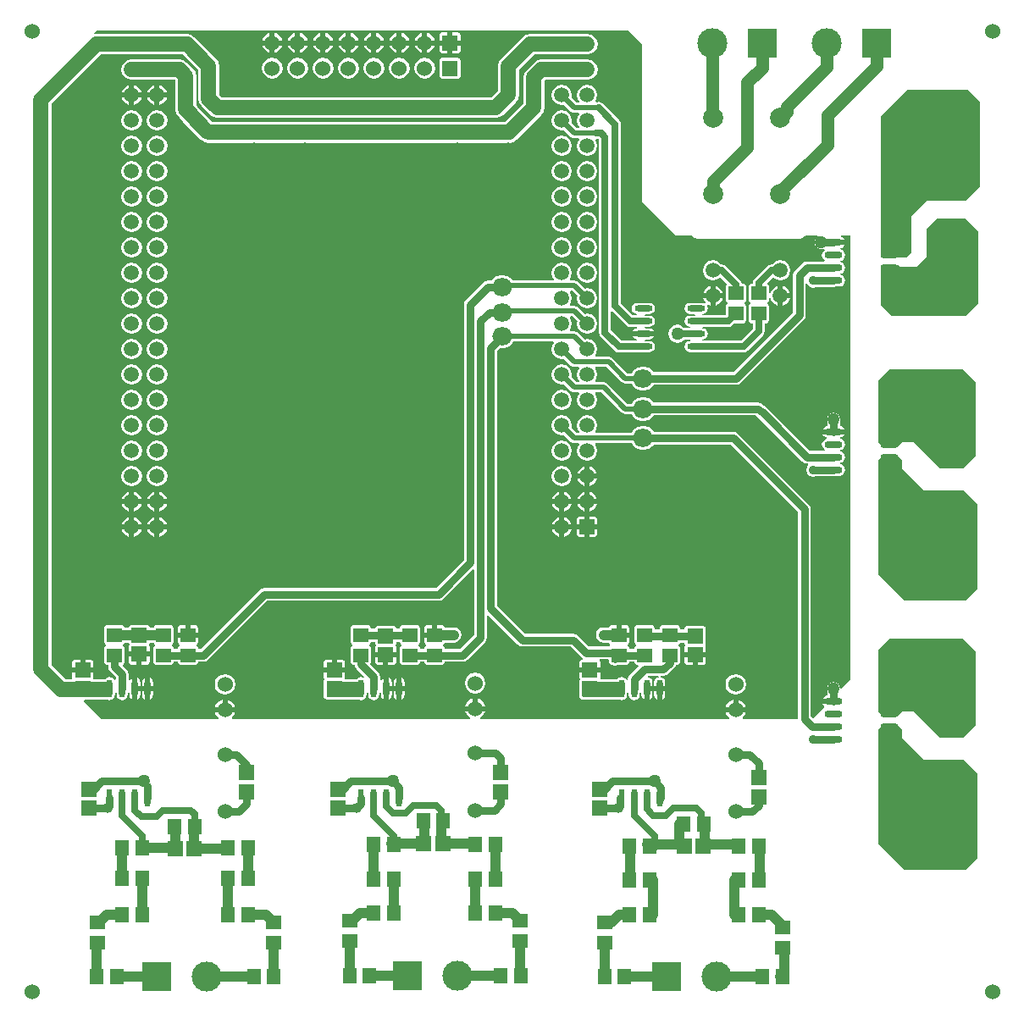
<source format=gbr>
G04 Layer_Physical_Order=1*
G04 Layer_Color=255*
%FSLAX26Y26*%
%MOIN*%
%TF.FileFunction,Copper,L1,Top,Signal*%
%TF.Part,Single*%
G01*
G75*
%TA.AperFunction,SMDPad,CuDef*%
%ADD10O,0.070866X0.025591*%
%ADD11R,0.059055X0.055118*%
%ADD12O,0.070866X0.023622*%
%ADD13R,0.055118X0.059055*%
%ADD14R,0.062992X0.059055*%
%ADD15R,0.059055X0.062992*%
%ADD16R,0.023622X0.070866*%
%ADD17O,0.023622X0.070866*%
%TA.AperFunction,Conductor*%
%ADD18C,0.060000*%
%ADD19C,0.020000*%
%ADD20C,0.030000*%
%ADD21C,0.025000*%
%ADD22C,0.040000*%
%ADD23C,0.050000*%
%ADD24R,0.140000X0.060000*%
%ADD25R,0.135000X0.060000*%
%ADD26R,0.155000X0.060000*%
%TA.AperFunction,ComponentPad*%
%ADD27R,0.060000X0.060000*%
%ADD28C,0.060000*%
%ADD29C,0.078740*%
%ADD30C,0.059055*%
%ADD31R,0.118110X0.118110*%
%ADD32C,0.118110*%
%ADD33R,0.118110X0.118110*%
%TA.AperFunction,ViaPad*%
%ADD34O,0.078740X0.070866*%
%TA.AperFunction,WasherPad*%
%ADD35C,0.060000*%
%TA.AperFunction,ComponentPad*%
%ADD36R,0.059055X0.059055*%
%TA.AperFunction,ViaPad*%
%ADD37C,0.025000*%
%ADD38C,0.050000*%
%ADD39C,0.035000*%
%ADD40C,0.040000*%
G36*
X3725000Y2995000D02*
X3725000Y2710000D01*
X3675000Y2660000D01*
X3385000D01*
X3340000Y2705000D01*
Y2850000D01*
X3350000Y2860000D01*
X3410001Y2859999D01*
X3415000Y2855000D01*
X3480000Y2855000D01*
X3520000Y2895000D01*
Y2999118D01*
X3560000Y3045000D01*
X3675000D01*
X3725000Y2995000D01*
D02*
G37*
G36*
X3220000Y1230000D02*
X3184965Y1192548D01*
X3180490Y1195000D01*
X3178550Y1204755D01*
X3173024Y1213024D01*
X3164755Y1218550D01*
X3155000Y1220490D01*
X3145245Y1218550D01*
X3136976Y1213024D01*
X3136740Y1212788D01*
X3131214Y1204518D01*
X3129274Y1194764D01*
Y1167675D01*
X3123232Y1166473D01*
X3115692Y1161435D01*
X3111392Y1155000D01*
X3154764D01*
Y1135000D01*
X3111392D01*
X3115692Y1128565D01*
X3118275Y1126839D01*
X3118848Y1121872D01*
X3077963Y1078168D01*
X3072964Y1078084D01*
X3065490Y1085558D01*
Y1900000D01*
X3063550Y1909755D01*
X3058024Y1918024D01*
X2778024Y2198024D01*
X2769755Y2203550D01*
X2760000Y2205490D01*
X2446547D01*
X2441693Y2212755D01*
X2426664Y2222797D01*
X2408937Y2226323D01*
X2401063D01*
X2383336Y2222797D01*
X2368307Y2212755D01*
X2360046Y2200392D01*
X2218769D01*
X2216097Y2205392D01*
X2222234Y2214577D01*
X2225302Y2230000D01*
X2222234Y2245423D01*
X2213498Y2258498D01*
X2200423Y2267234D01*
X2185000Y2270302D01*
X2169577Y2267234D01*
X2156502Y2258498D01*
X2147766Y2245423D01*
X2144698Y2230000D01*
X2147766Y2214577D01*
X2153903Y2205392D01*
X2151231Y2200392D01*
X2143447D01*
X2123400Y2220438D01*
X2125302Y2230000D01*
X2122234Y2245423D01*
X2113498Y2258498D01*
X2100423Y2267234D01*
X2085000Y2270302D01*
X2069577Y2267234D01*
X2056502Y2258498D01*
X2047766Y2245423D01*
X2044698Y2230000D01*
X2047766Y2214577D01*
X2056502Y2201502D01*
X2069577Y2192766D01*
X2085000Y2189698D01*
X2094562Y2191600D01*
X2120581Y2165581D01*
X2127196Y2161160D01*
X2135000Y2159608D01*
X2151231D01*
X2153903Y2154608D01*
X2147766Y2145423D01*
X2144698Y2130000D01*
X2147766Y2114577D01*
X2156502Y2101502D01*
X2169577Y2092766D01*
X2185000Y2089698D01*
X2200423Y2092766D01*
X2213498Y2101502D01*
X2222234Y2114577D01*
X2225302Y2130000D01*
X2222234Y2145423D01*
X2216097Y2154608D01*
X2218769Y2159608D01*
X2360046D01*
X2368307Y2147245D01*
X2383336Y2137203D01*
X2401063Y2133677D01*
X2408937D01*
X2426664Y2137203D01*
X2441693Y2147245D01*
X2446547Y2154510D01*
X2749442D01*
X3014510Y1889442D01*
Y1075000D01*
X2797345D01*
X2795894Y1079785D01*
X2798838Y1081752D01*
X2807679Y1094983D01*
X2808794Y1100591D01*
X2770000D01*
X2731206D01*
X2732321Y1094983D01*
X2741162Y1081752D01*
X2744106Y1079785D01*
X2742655Y1075000D01*
X1764620D01*
X1763103Y1080000D01*
X1773208Y1086752D01*
X1782049Y1099983D01*
X1783164Y1105591D01*
X1744370D01*
X1705576D01*
X1706691Y1099983D01*
X1715532Y1086752D01*
X1725637Y1080000D01*
X1724120Y1075000D01*
X787345D01*
X785894Y1079785D01*
X788838Y1081752D01*
X797679Y1094983D01*
X798794Y1100591D01*
X760000D01*
X721206D01*
X722321Y1094983D01*
X731162Y1081752D01*
X734106Y1079785D01*
X732655Y1075000D01*
X275000D01*
X205443Y1144557D01*
X207357Y1149176D01*
X300463D01*
X305000Y1148274D01*
X309537Y1149176D01*
X310000D01*
X310428Y1149353D01*
X313510Y1149966D01*
X316123Y1151712D01*
X317654Y1152346D01*
X317876Y1152884D01*
X320725Y1154787D01*
X325546Y1162002D01*
X327238Y1170512D01*
Y1176109D01*
X332238Y1178570D01*
X332762Y1178167D01*
Y1170512D01*
X334454Y1162002D01*
X339275Y1154787D01*
X346490Y1149966D01*
X355000Y1148274D01*
X363510Y1149966D01*
X370725Y1154787D01*
X375546Y1162002D01*
X377238Y1170512D01*
Y1178167D01*
X377762Y1178570D01*
X382762Y1176109D01*
Y1170512D01*
X384454Y1162002D01*
X389275Y1154787D01*
X395000Y1150962D01*
Y1194134D01*
Y1237306D01*
X389275Y1233481D01*
X385490Y1227816D01*
X380490Y1229332D01*
Y1250000D01*
X378550Y1259755D01*
X373024Y1268024D01*
X357841Y1283207D01*
X359014Y1289105D01*
X362181Y1290417D01*
X365351Y1298071D01*
Y1353189D01*
X362181Y1360843D01*
X358677Y1362294D01*
Y1367706D01*
X362181Y1369158D01*
X364097Y1373783D01*
X380095D01*
X383056Y1366633D01*
X383056Y1366192D01*
X379886Y1358538D01*
Y1339011D01*
X422206D01*
X464526D01*
Y1358538D01*
X461356Y1366192D01*
X461356Y1366633D01*
X464317Y1373783D01*
X479236D01*
X481152Y1369158D01*
X484656Y1367706D01*
Y1362294D01*
X481152Y1360843D01*
X477982Y1353189D01*
Y1298071D01*
X481152Y1290417D01*
X488806Y1287247D01*
X547861D01*
X555514Y1290417D01*
X558685Y1298071D01*
Y1300140D01*
X574648D01*
Y1298071D01*
X577819Y1290417D01*
X585472Y1287247D01*
X644527D01*
X652181Y1290417D01*
X655351Y1298071D01*
Y1300140D01*
X675630D01*
X685384Y1302080D01*
X693654Y1307606D01*
X925558Y1539510D01*
X1600000D01*
X1609755Y1541450D01*
X1618024Y1546976D01*
X1734891Y1663843D01*
X1739510Y1661929D01*
Y1405558D01*
X1685072Y1351120D01*
X1625351D01*
Y1353189D01*
X1622181Y1360842D01*
X1618677Y1362294D01*
Y1367706D01*
X1622181Y1369157D01*
X1624097Y1373782D01*
X1659370D01*
X1671075Y1376111D01*
X1680999Y1382741D01*
X1681629Y1383371D01*
X1688259Y1393295D01*
X1690588Y1405000D01*
X1688259Y1416705D01*
X1681629Y1426629D01*
X1671705Y1433259D01*
X1660000Y1435588D01*
X1656832Y1434958D01*
X1624097D01*
X1622181Y1439583D01*
X1614527Y1442753D01*
X1595000D01*
Y1404370D01*
X1585000D01*
Y1394370D01*
X1544648D01*
Y1376811D01*
X1547819Y1369157D01*
X1551323Y1367706D01*
Y1362294D01*
X1547819Y1360842D01*
X1544648Y1353189D01*
Y1351120D01*
X1528685D01*
Y1353189D01*
X1525514Y1360843D01*
X1522010Y1362294D01*
Y1367706D01*
X1525514Y1369158D01*
X1528685Y1376811D01*
Y1431929D01*
X1525514Y1439583D01*
X1517861Y1442753D01*
X1458806D01*
X1451152Y1439583D01*
X1447982Y1431929D01*
Y1429860D01*
X1434526D01*
Y1430517D01*
X1431356Y1438171D01*
X1423702Y1441341D01*
X1360710D01*
X1353056Y1438171D01*
X1349886Y1430517D01*
Y1429860D01*
X1335351D01*
Y1431929D01*
X1332181Y1439583D01*
X1324527Y1442753D01*
X1265473D01*
X1257819Y1439583D01*
X1254649Y1431929D01*
Y1376811D01*
X1257819Y1369158D01*
X1261323Y1367706D01*
Y1362294D01*
X1257819Y1360843D01*
X1254649Y1353189D01*
Y1298071D01*
X1257819Y1290417D01*
X1265473Y1287247D01*
X1270058D01*
X1271450Y1280245D01*
X1276976Y1271976D01*
X1306906Y1242046D01*
X1303719Y1238162D01*
X1303510Y1238301D01*
X1295000Y1239994D01*
X1286490Y1238301D01*
X1279275Y1233481D01*
X1277500Y1230824D01*
X1233900D01*
X1231122Y1234981D01*
X1232320Y1237874D01*
Y1257401D01*
X1147680D01*
Y1237874D01*
X1150850Y1230220D01*
X1150850Y1229780D01*
X1147680Y1222126D01*
Y1163071D01*
X1150850Y1155417D01*
X1151121Y1155305D01*
X1152346Y1152346D01*
X1160000Y1149176D01*
X1290463D01*
X1295000Y1148274D01*
X1303510Y1149966D01*
X1310725Y1154787D01*
X1315545Y1162002D01*
X1317238Y1170512D01*
Y1176109D01*
X1322238Y1178570D01*
X1322762Y1178167D01*
Y1170512D01*
X1324455Y1162002D01*
X1329275Y1154787D01*
X1336490Y1149966D01*
X1345000Y1148274D01*
X1353510Y1149966D01*
X1360725Y1154787D01*
X1365545Y1162002D01*
X1367238Y1170512D01*
Y1178167D01*
X1367762Y1178570D01*
X1372762Y1176109D01*
Y1170512D01*
X1374455Y1162002D01*
X1379275Y1154787D01*
X1385000Y1150962D01*
Y1194134D01*
Y1237306D01*
X1379275Y1233481D01*
X1375490Y1227816D01*
X1370490Y1229332D01*
Y1240000D01*
X1368550Y1249755D01*
X1363024Y1258024D01*
X1331924Y1289124D01*
X1332181Y1290417D01*
X1335351Y1298071D01*
Y1353189D01*
X1332181Y1360843D01*
X1328677Y1362294D01*
Y1367706D01*
X1332181Y1369158D01*
X1335351Y1376811D01*
Y1378880D01*
X1349886D01*
Y1371462D01*
X1353056Y1363808D01*
X1353056Y1363367D01*
X1349886Y1355714D01*
Y1336186D01*
X1392206D01*
X1434526D01*
Y1355714D01*
X1431356Y1363367D01*
X1431356Y1363808D01*
X1434526Y1371462D01*
Y1378880D01*
X1447982D01*
Y1376811D01*
X1451152Y1369158D01*
X1454656Y1367706D01*
Y1362294D01*
X1451152Y1360843D01*
X1447982Y1353189D01*
Y1298071D01*
X1451152Y1290417D01*
X1458806Y1287247D01*
X1517861D01*
X1525514Y1290417D01*
X1528685Y1298071D01*
Y1300140D01*
X1544648D01*
Y1298071D01*
X1547819Y1290417D01*
X1555472Y1287247D01*
X1614527D01*
X1622181Y1290417D01*
X1625351Y1298071D01*
Y1300140D01*
X1695630D01*
X1705384Y1302080D01*
X1713654Y1307606D01*
X1783024Y1376976D01*
X1788550Y1385245D01*
X1790490Y1395000D01*
Y1481929D01*
X1795109Y1483843D01*
X1911976Y1366976D01*
X1920245Y1361450D01*
X1930000Y1359510D01*
X2119442D01*
X2161976Y1316976D01*
X2168296Y1312753D01*
X2166780Y1307753D01*
X2163504D01*
X2155850Y1304583D01*
X2152680Y1296929D01*
Y1277401D01*
X2237320D01*
Y1296929D01*
X2234150Y1304583D01*
X2235319Y1309510D01*
X2268978D01*
X2269649Y1306138D01*
Y1298071D01*
X2272819Y1290417D01*
X2280472Y1287247D01*
X2283424D01*
X2284616Y1286450D01*
X2294370Y1284510D01*
X2304125Y1286450D01*
X2305317Y1287247D01*
X2339528D01*
X2347181Y1290417D01*
X2350351Y1298071D01*
Y1300140D01*
X2369469D01*
Y1298071D01*
X2372639Y1290417D01*
X2380293Y1287247D01*
X2384666D01*
X2386580Y1282628D01*
X2351976Y1248024D01*
X2346450Y1239755D01*
X2344510Y1230000D01*
Y1229332D01*
X2339510Y1227816D01*
X2335725Y1233481D01*
X2328510Y1238301D01*
X2320000Y1239994D01*
X2311490Y1238301D01*
X2304275Y1233481D01*
X2302500Y1230824D01*
X2238900D01*
X2236122Y1234981D01*
X2237320Y1237874D01*
Y1257401D01*
X2152680D01*
Y1237874D01*
X2155850Y1230220D01*
X2155850Y1229780D01*
X2152680Y1222126D01*
Y1163071D01*
X2155850Y1155417D01*
X2156121Y1155305D01*
X2157346Y1152346D01*
X2165000Y1149176D01*
X2315463D01*
X2320000Y1148274D01*
X2328510Y1149966D01*
X2335725Y1154787D01*
X2340546Y1162002D01*
X2342238Y1170512D01*
Y1176109D01*
X2347238Y1178570D01*
X2347762Y1178167D01*
Y1170512D01*
X2349454Y1162002D01*
X2354275Y1154787D01*
X2361490Y1149966D01*
X2370000Y1148274D01*
X2378510Y1149966D01*
X2385725Y1154787D01*
X2390546Y1162002D01*
X2392238Y1170512D01*
Y1178167D01*
X2392762Y1178570D01*
X2397762Y1176109D01*
Y1170512D01*
X2399454Y1162002D01*
X2404275Y1154787D01*
X2410000Y1150962D01*
Y1194134D01*
X2420000D01*
Y1204134D01*
X2442238D01*
Y1217756D01*
X2440546Y1226266D01*
X2435725Y1233481D01*
X2428510Y1238301D01*
X2422597Y1239478D01*
X2422463Y1239809D01*
X2422926Y1244510D01*
X2465556D01*
X2467488Y1240311D01*
X2467548Y1239702D01*
X2463003Y1238602D01*
X2461490Y1238301D01*
X2454275Y1233481D01*
X2449454Y1226266D01*
X2447762Y1217756D01*
Y1204134D01*
X2470000D01*
X2492238D01*
Y1217756D01*
X2490546Y1226266D01*
X2485725Y1233481D01*
X2478510Y1238301D01*
X2476997Y1238602D01*
X2472452Y1239702D01*
X2472512Y1240311D01*
X2474444Y1244510D01*
X2485000D01*
X2494755Y1246450D01*
X2503024Y1251976D01*
X2527664Y1276616D01*
X2533190Y1284886D01*
X2533660Y1287247D01*
X2539168D01*
X2546822Y1290417D01*
X2549992Y1298071D01*
Y1353189D01*
X2546822Y1360843D01*
X2543318Y1362294D01*
Y1367706D01*
X2546822Y1369158D01*
X2549448Y1375500D01*
X2567680D01*
Y1371462D01*
X2570850Y1363808D01*
X2570850Y1363367D01*
X2567680Y1355714D01*
Y1336186D01*
X2610000D01*
X2652320D01*
Y1355714D01*
X2649150Y1363367D01*
X2649150Y1363808D01*
X2652320Y1371462D01*
Y1430517D01*
X2649150Y1438171D01*
X2641496Y1441341D01*
X2578504D01*
X2570850Y1438171D01*
X2567680Y1430517D01*
Y1426479D01*
X2549992D01*
Y1431929D01*
X2546822Y1439583D01*
X2539168Y1442753D01*
X2480113D01*
X2472459Y1439583D01*
X2469289Y1431929D01*
Y1426479D01*
X2450172D01*
Y1431929D01*
X2447001Y1439583D01*
X2439348Y1442753D01*
X2380293D01*
X2372639Y1439583D01*
X2369469Y1431929D01*
Y1376811D01*
X2372639Y1369158D01*
X2376143Y1367706D01*
Y1362294D01*
X2372639Y1360843D01*
X2369469Y1353189D01*
Y1351120D01*
X2350351D01*
Y1353189D01*
X2347181Y1360842D01*
X2343677Y1362294D01*
Y1367706D01*
X2347181Y1369157D01*
X2350351Y1376811D01*
Y1394370D01*
X2310000D01*
Y1404370D01*
X2300000D01*
Y1442753D01*
X2280472D01*
X2272819Y1439583D01*
X2270903Y1434958D01*
X2253167D01*
X2250000Y1435588D01*
X2238295Y1433259D01*
X2228371Y1426629D01*
X2221741Y1416705D01*
X2219412Y1405000D01*
X2221741Y1393295D01*
X2228371Y1383371D01*
X2229001Y1382742D01*
X2229001Y1382741D01*
X2238925Y1376111D01*
X2250630Y1373782D01*
X2250631Y1373782D01*
X2270903D01*
X2272819Y1369157D01*
X2275113Y1368207D01*
X2275459Y1363086D01*
X2272070Y1360490D01*
X2190558D01*
X2148024Y1403024D01*
X2139755Y1408550D01*
X2130000Y1410490D01*
X1940558D01*
X1830490Y1520558D01*
Y2523969D01*
X1841170Y2534650D01*
X1846063Y2533677D01*
X1853937D01*
X1871664Y2537203D01*
X1886693Y2547245D01*
X1894638Y2559136D01*
X2050915D01*
X2053588Y2554136D01*
X2047766Y2545423D01*
X2044698Y2530000D01*
X2047766Y2514577D01*
X2056502Y2501502D01*
X2069577Y2492766D01*
X2085000Y2489698D01*
X2094562Y2491600D01*
X2120581Y2465581D01*
X2127196Y2461160D01*
X2135000Y2459608D01*
X2151231D01*
X2153903Y2454608D01*
X2147766Y2445423D01*
X2144698Y2430000D01*
X2147766Y2414577D01*
X2153903Y2405392D01*
X2151231Y2400392D01*
X2143447D01*
X2123400Y2420438D01*
X2125302Y2430000D01*
X2122234Y2445423D01*
X2113498Y2458498D01*
X2100423Y2467234D01*
X2085000Y2470302D01*
X2069577Y2467234D01*
X2056502Y2458498D01*
X2047766Y2445423D01*
X2044698Y2430000D01*
X2047766Y2414577D01*
X2056502Y2401502D01*
X2069577Y2392766D01*
X2085000Y2389698D01*
X2094562Y2391600D01*
X2120581Y2365581D01*
X2127196Y2361160D01*
X2135000Y2359608D01*
X2151231D01*
X2153903Y2354608D01*
X2147766Y2345423D01*
X2144698Y2330000D01*
X2147766Y2314577D01*
X2156502Y2301502D01*
X2169577Y2292766D01*
X2185000Y2289698D01*
X2200423Y2292766D01*
X2213498Y2301502D01*
X2222234Y2314577D01*
X2225302Y2330000D01*
X2222234Y2345423D01*
X2216097Y2354608D01*
X2218769Y2359608D01*
X2241553D01*
X2320581Y2280581D01*
X2320581Y2280581D01*
X2327196Y2276160D01*
X2335000Y2274608D01*
X2335001Y2274608D01*
X2360046D01*
X2368307Y2262245D01*
X2383336Y2252203D01*
X2401063Y2248677D01*
X2408937D01*
X2426664Y2252203D01*
X2441693Y2262245D01*
X2446547Y2269510D01*
X2846409D01*
X2851443Y2264476D01*
X2859713Y2258950D01*
X2860073Y2258879D01*
X3031976Y2086976D01*
X3040245Y2081450D01*
X3050000Y2079510D01*
X3053753D01*
X3054168Y2078140D01*
X3054962Y2074510D01*
X3049095Y2065730D01*
X3046961Y2055000D01*
X3049095Y2044270D01*
X3055174Y2035174D01*
X3064270Y2029095D01*
X3075000Y2026961D01*
X3085730Y2029095D01*
X3086351Y2029510D01*
X3154764D01*
X3164518Y2031450D01*
X3164979Y2031758D01*
X3177401D01*
X3186296Y2033527D01*
X3193836Y2038565D01*
X3198874Y2046106D01*
X3200643Y2055000D01*
X3198874Y2063894D01*
X3193836Y2071434D01*
X3186296Y2076473D01*
X3181378Y2077451D01*
Y2082549D01*
X3186296Y2083527D01*
X3193836Y2088566D01*
X3198874Y2096106D01*
X3200643Y2105000D01*
X3198874Y2113894D01*
X3193836Y2121434D01*
X3186296Y2126473D01*
X3181378Y2127451D01*
Y2132549D01*
X3186296Y2133527D01*
X3193836Y2138566D01*
X3198874Y2146106D01*
X3200643Y2155000D01*
X3198874Y2163894D01*
X3193836Y2171434D01*
X3186296Y2176473D01*
X3181378Y2177451D01*
Y2182549D01*
X3186296Y2183527D01*
X3193836Y2188566D01*
X3198135Y2195000D01*
X3154764D01*
X3111392D01*
X3115692Y2188566D01*
X3123232Y2183527D01*
X3128150Y2182549D01*
Y2177451D01*
X3123232Y2176473D01*
X3115692Y2171434D01*
X3110653Y2163894D01*
X3108884Y2155000D01*
X3110653Y2146106D01*
X3115692Y2138566D01*
X3120295Y2135490D01*
X3118778Y2130490D01*
X3060558D01*
X2890524Y2300524D01*
X2882255Y2306050D01*
X2881894Y2306121D01*
X2874991Y2313024D01*
X2866722Y2318550D01*
X2856967Y2320490D01*
X2446547D01*
X2441693Y2327755D01*
X2426664Y2337797D01*
X2408937Y2341323D01*
X2401063D01*
X2383336Y2337797D01*
X2368307Y2327755D01*
X2360046Y2315392D01*
X2343447D01*
X2264419Y2394419D01*
X2257804Y2398840D01*
X2250000Y2400392D01*
X2218769D01*
X2216097Y2405392D01*
X2222234Y2414577D01*
X2225302Y2430000D01*
X2222234Y2445423D01*
X2216097Y2454608D01*
X2218769Y2459608D01*
X2261553D01*
X2320581Y2400581D01*
X2327196Y2396160D01*
X2335000Y2394608D01*
X2360046D01*
X2368307Y2382245D01*
X2383336Y2372203D01*
X2401063Y2368677D01*
X2408937D01*
X2426664Y2372203D01*
X2441693Y2382245D01*
X2446547Y2389510D01*
X2770000D01*
X2779755Y2391450D01*
X2788024Y2396976D01*
X3038024Y2646976D01*
X3043550Y2655245D01*
X3045490Y2665000D01*
Y2785666D01*
X3050490Y2787183D01*
X3055174Y2780174D01*
X3064270Y2774095D01*
X3075000Y2771961D01*
X3085730Y2774095D01*
X3086351Y2774510D01*
X3154764D01*
X3164518Y2776450D01*
X3164979Y2776758D01*
X3177401D01*
X3186296Y2778527D01*
X3193836Y2783566D01*
X3198874Y2791106D01*
X3200643Y2800000D01*
X3198874Y2808894D01*
X3193836Y2816434D01*
X3186296Y2821473D01*
X3181378Y2822451D01*
Y2827549D01*
X3186296Y2828527D01*
X3193836Y2833566D01*
X3198874Y2841106D01*
X3200643Y2850000D01*
X3198874Y2858894D01*
X3193836Y2866434D01*
X3186296Y2871473D01*
X3181378Y2872451D01*
Y2877549D01*
X3186296Y2878527D01*
X3193836Y2883566D01*
X3198874Y2891106D01*
X3200643Y2900000D01*
X3198874Y2908894D01*
X3193836Y2916434D01*
X3186296Y2921473D01*
X3181378Y2922451D01*
Y2927549D01*
X3186296Y2928527D01*
X3193836Y2933566D01*
X3198135Y2940000D01*
X3154764D01*
Y2960000D01*
X3198135D01*
X3193836Y2966434D01*
X3186296Y2971473D01*
X3184036Y2971922D01*
X3184528Y2976922D01*
X3220001Y2976922D01*
X3220000Y1230000D01*
D02*
G37*
G36*
X3665000Y2450000D02*
X3715000Y2400000D01*
Y2110000D01*
X3665000Y2060000D01*
X3575000D01*
X3470000Y2165000D01*
X3425000D01*
X3405000Y2145000D01*
X3350000D01*
X3330000Y2165000D01*
X3330000Y2405000D01*
X3375000Y2450000D01*
X3665000Y2450000D01*
D02*
G37*
G36*
X3425000Y2095000D02*
Y2060000D01*
X3510000Y1975000D01*
X3665000D01*
X3720000Y1920000D01*
Y1585000D01*
X3675000Y1540000D01*
X3435000D01*
X3330000Y1645000D01*
Y2095000D01*
X3350000Y2115000D01*
X3405000D01*
X3425000Y2095000D01*
D02*
G37*
G36*
X3665000Y1390000D02*
X3715000Y1340000D01*
Y1050000D01*
X3665000Y1000000D01*
X3575000D01*
X3470000Y1105000D01*
X3425000D01*
X3405000Y1085000D01*
X3350000D01*
X3330000Y1105000D01*
X3330000Y1345000D01*
X3375000Y1390000D01*
X3665000Y1390000D01*
D02*
G37*
G36*
X3730000Y3505000D02*
Y3170000D01*
X3675000Y3115000D01*
X3520000D01*
X3460000Y3055000D01*
Y2910000D01*
X3440000Y2890000D01*
X3350000D01*
X3339999Y2900000D01*
X3340000Y3445000D01*
X3445000Y3550000D01*
X3685000D01*
X3730000Y3505000D01*
D02*
G37*
G36*
X3425000Y1035000D02*
Y1000000D01*
X3510000Y915000D01*
X3665000D01*
X3720000Y860000D01*
Y525000D01*
X3675000Y480000D01*
X3435000D01*
X3330000Y585000D01*
Y1035000D01*
X3350000Y1055000D01*
X3405000D01*
X3425000Y1035000D01*
D02*
G37*
G36*
X2400000Y3730000D02*
X2400000Y3109999D01*
X2533079Y2976920D01*
X2596450Y2976920D01*
X2599207Y2974164D01*
X2600558Y2973604D01*
X2601448Y2972444D01*
X2608185Y2968554D01*
X2609635Y2968363D01*
X2610796Y2967473D01*
X2618309Y2965460D01*
X2619759Y2965651D01*
X2621111Y2965091D01*
X3018889D01*
X3020241Y2965651D01*
X3021691Y2965460D01*
X3029204Y2967473D01*
X3030365Y2968363D01*
X3031815Y2968554D01*
X3038552Y2972444D01*
X3039442Y2973604D01*
X3040793Y2974164D01*
X3043551Y2976922D01*
X3091293Y2976922D01*
X3092810Y2971922D01*
X3086976Y2968024D01*
X3081450Y2959755D01*
X3079510Y2950000D01*
X3081450Y2940245D01*
X3086976Y2931976D01*
X3095245Y2926450D01*
X3105000Y2924510D01*
X3118778D01*
X3120295Y2919510D01*
X3115692Y2916434D01*
X3110653Y2908894D01*
X3108884Y2900000D01*
X3110653Y2891106D01*
X3115692Y2883566D01*
X3120295Y2880490D01*
X3118778Y2875490D01*
X3050000D01*
X3040245Y2873550D01*
X3031976Y2868024D01*
X3001976Y2838024D01*
X2996450Y2829755D01*
X2994510Y2820000D01*
Y2675558D01*
X2759442Y2440490D01*
X2446547D01*
X2441693Y2447755D01*
X2426664Y2457797D01*
X2408937Y2461323D01*
X2401063D01*
X2383336Y2457797D01*
X2368307Y2447755D01*
X2360046Y2435392D01*
X2343447D01*
X2284419Y2494419D01*
X2277804Y2498840D01*
X2270000Y2500392D01*
X2218769D01*
X2216097Y2505392D01*
X2222234Y2514577D01*
X2225302Y2530000D01*
X2222234Y2545423D01*
X2213498Y2558498D01*
X2200423Y2567234D01*
X2185000Y2570302D01*
X2175438Y2568400D01*
X2149892Y2593947D01*
X2143276Y2598367D01*
X2135472Y2599919D01*
X2118454D01*
X2115781Y2604919D01*
X2122234Y2614577D01*
X2125302Y2630000D01*
X2122234Y2645423D01*
X2116412Y2654136D01*
X2119085Y2659136D01*
X2127026D01*
X2146600Y2639562D01*
X2144698Y2630000D01*
X2147766Y2614577D01*
X2156502Y2601502D01*
X2169577Y2592766D01*
X2185000Y2589698D01*
X2200423Y2592766D01*
X2213498Y2601502D01*
X2222234Y2614577D01*
X2225302Y2630000D01*
X2222234Y2645423D01*
X2213498Y2658498D01*
X2200423Y2667234D01*
X2185000Y2670302D01*
X2175438Y2668400D01*
X2149892Y2693947D01*
X2143276Y2698367D01*
X2135472Y2699919D01*
X2118454D01*
X2115781Y2704919D01*
X2122234Y2714577D01*
X2125302Y2730000D01*
X2122234Y2745423D01*
X2116412Y2754136D01*
X2119085Y2759136D01*
X2127026D01*
X2146600Y2739562D01*
X2144698Y2730000D01*
X2147766Y2714577D01*
X2156502Y2701502D01*
X2169577Y2692766D01*
X2185000Y2689698D01*
X2200423Y2692766D01*
X2213498Y2701502D01*
X2222234Y2714577D01*
X2225302Y2730000D01*
X2222234Y2745423D01*
X2213498Y2758498D01*
X2200423Y2767234D01*
X2185000Y2770302D01*
X2175438Y2768400D01*
X2149892Y2793947D01*
X2143276Y2798367D01*
X2135472Y2799919D01*
X2118454D01*
X2115781Y2804919D01*
X2122234Y2814577D01*
X2125302Y2830000D01*
X2122234Y2845423D01*
X2113498Y2858498D01*
X2100423Y2867234D01*
X2085000Y2870302D01*
X2069577Y2867234D01*
X2056502Y2858498D01*
X2047766Y2845423D01*
X2044698Y2830000D01*
X2047766Y2814577D01*
X2054219Y2804919D01*
X2051546Y2799919D01*
X1891928D01*
X1886693Y2807755D01*
X1871664Y2817797D01*
X1853937Y2821323D01*
X1846063D01*
X1828336Y2817797D01*
X1813307Y2807755D01*
X1808453Y2800490D01*
X1795000D01*
X1785245Y2798550D01*
X1776976Y2793024D01*
X1706976Y2723024D01*
X1701450Y2714755D01*
X1699510Y2705000D01*
Y1700558D01*
X1589442Y1590490D01*
X915000D01*
X905245Y1588550D01*
X896976Y1583024D01*
X665072Y1351120D01*
X655351D01*
Y1353189D01*
X652181Y1360842D01*
X648677Y1362294D01*
Y1367706D01*
X652181Y1369157D01*
X655351Y1376811D01*
Y1394370D01*
X574648D01*
Y1376811D01*
X577819Y1369157D01*
X581323Y1367706D01*
Y1362294D01*
X577819Y1360842D01*
X574648Y1353189D01*
Y1351120D01*
X558685D01*
Y1353189D01*
X555514Y1360843D01*
X552010Y1362294D01*
Y1367706D01*
X555514Y1369158D01*
X558685Y1376811D01*
Y1431929D01*
X555514Y1439583D01*
X547861Y1442753D01*
X488806D01*
X481152Y1439583D01*
X479236Y1434958D01*
X463856D01*
X461356Y1440995D01*
X453702Y1444165D01*
X390710D01*
X383056Y1440995D01*
X380556Y1434958D01*
X364097D01*
X362181Y1439583D01*
X354527Y1442753D01*
X295473D01*
X287819Y1439583D01*
X284649Y1431929D01*
Y1376811D01*
X287819Y1369158D01*
X291323Y1367706D01*
Y1362294D01*
X287819Y1360843D01*
X284649Y1353189D01*
Y1298071D01*
X287819Y1290417D01*
X295473Y1287247D01*
X299510D01*
Y1280000D01*
X301450Y1270245D01*
X306976Y1261976D01*
X329510Y1239442D01*
Y1229332D01*
X324510Y1227816D01*
X320725Y1233481D01*
X313510Y1238301D01*
X305000Y1239994D01*
X296490Y1238301D01*
X289275Y1233481D01*
X287500Y1230824D01*
X243900D01*
X241122Y1234981D01*
X242320Y1237874D01*
Y1257401D01*
X157680D01*
Y1237874D01*
X158895Y1234941D01*
X156117Y1230784D01*
X131893D01*
X75784Y1286893D01*
Y3493107D01*
X271893Y3689216D01*
X593107D01*
X654216Y3628107D01*
Y3515001D01*
X654216Y3515000D01*
X657321Y3499393D01*
X666162Y3486162D01*
X701161Y3451162D01*
X701162Y3451162D01*
X714393Y3442321D01*
X730000Y3439216D01*
X730000Y3439216D01*
X1824999D01*
X1825000Y3439216D01*
X1840607Y3442321D01*
X1853838Y3451162D01*
X1903838Y3501161D01*
X1903838Y3501162D01*
X1912679Y3514393D01*
X1915784Y3530000D01*
X1915784Y3530001D01*
Y3628107D01*
X1976893Y3689216D01*
X2185000D01*
X2200607Y3692321D01*
X2213838Y3701162D01*
X2222679Y3714393D01*
X2225784Y3730000D01*
X2222679Y3745607D01*
X2213838Y3758838D01*
X2200607Y3767679D01*
X2185000Y3770784D01*
X1960001D01*
X1960000Y3770784D01*
X1944393Y3767679D01*
X1931162Y3758838D01*
X1931161Y3758838D01*
X1846162Y3673838D01*
X1837321Y3660607D01*
X1834216Y3645000D01*
X1834216Y3644999D01*
Y3546893D01*
X1808107Y3520784D01*
X746893D01*
X735784Y3531893D01*
Y3644999D01*
X735784Y3645000D01*
X732679Y3660607D01*
X723838Y3673838D01*
X723838Y3673839D01*
X638838Y3758838D01*
X625607Y3767679D01*
X610000Y3770784D01*
X610000Y3770784D01*
X255000D01*
X255000Y3770784D01*
X246080Y3769009D01*
X243617Y3773617D01*
X255000Y3785000D01*
X2344999D01*
X2400000Y3730000D01*
D02*
G37*
%LPC*%
G36*
X2123313Y1920000D02*
X2095000D01*
Y1891687D01*
X2100423Y1892766D01*
X2113498Y1901502D01*
X2122234Y1914577D01*
X2123313Y1920000D01*
D02*
G37*
G36*
X2223313D02*
X2195000D01*
Y1891687D01*
X2200423Y1892766D01*
X2213498Y1901502D01*
X2222234Y1914577D01*
X2223313Y1920000D01*
D02*
G37*
G36*
X2075000D02*
X2046687D01*
X2047766Y1914577D01*
X2056502Y1901502D01*
X2069577Y1892766D01*
X2075000Y1891687D01*
Y1920000D01*
D02*
G37*
G36*
X2175000D02*
X2146687D01*
X2147766Y1914577D01*
X2156502Y1901502D01*
X2169577Y1892766D01*
X2175000Y1891687D01*
Y1920000D01*
D02*
G37*
G36*
X2075000Y1868313D02*
X2069577Y1867234D01*
X2056502Y1858498D01*
X2047766Y1845423D01*
X2046687Y1840000D01*
X2075000D01*
Y1868313D01*
D02*
G37*
G36*
X2175000Y1870351D02*
X2155472D01*
X2147819Y1867181D01*
X2144649Y1859527D01*
Y1840000D01*
X2175000D01*
Y1870351D01*
D02*
G37*
G36*
X2095000Y1868313D02*
Y1840000D01*
X2123313D01*
X2122234Y1845423D01*
X2113498Y1858498D01*
X2100423Y1867234D01*
X2095000Y1868313D01*
D02*
G37*
G36*
X2214528Y1870351D02*
X2195000D01*
Y1840000D01*
X2225351D01*
Y1859527D01*
X2222181Y1867181D01*
X2214528Y1870351D01*
D02*
G37*
G36*
X2085000Y2170302D02*
X2069577Y2167234D01*
X2056502Y2158498D01*
X2047766Y2145423D01*
X2044698Y2130000D01*
X2047766Y2114577D01*
X2056502Y2101502D01*
X2069577Y2092766D01*
X2085000Y2089698D01*
X2100423Y2092766D01*
X2113498Y2101502D01*
X2122234Y2114577D01*
X2125302Y2130000D01*
X2122234Y2145423D01*
X2113498Y2158498D01*
X2100423Y2167234D01*
X2085000Y2170302D01*
D02*
G37*
G36*
X2175000Y2068313D02*
X2169577Y2067234D01*
X2156502Y2058498D01*
X2147766Y2045423D01*
X2146687Y2040000D01*
X2175000D01*
Y2068313D01*
D02*
G37*
G36*
X2195000Y2068313D02*
Y2040000D01*
X2223313D01*
X2222234Y2045423D01*
X2213498Y2058498D01*
X2200423Y2067234D01*
X2195000Y2068313D01*
D02*
G37*
G36*
X3155000Y2280490D02*
X3145245Y2278550D01*
X3136976Y2273024D01*
X3136740Y2272788D01*
X3131214Y2264518D01*
X3129274Y2254764D01*
Y2227675D01*
X3123232Y2226473D01*
X3115692Y2221434D01*
X3111392Y2215000D01*
X3154764D01*
X3198135D01*
X3193836Y2221434D01*
X3186296Y2226473D01*
X3180254Y2227675D01*
Y2253812D01*
X3180490Y2255000D01*
X3178550Y2264755D01*
X3173024Y2273024D01*
X3164755Y2278550D01*
X3155000Y2280490D01*
D02*
G37*
G36*
X2175000Y2020000D02*
X2146687D01*
X2147766Y2014577D01*
X2156502Y2001502D01*
X2169577Y1992766D01*
X2175000Y1991687D01*
Y2020000D01*
D02*
G37*
G36*
X2195000Y1968313D02*
Y1940000D01*
X2223313D01*
X2222234Y1945423D01*
X2213498Y1958498D01*
X2200423Y1967234D01*
X2195000Y1968313D01*
D02*
G37*
G36*
X2095000D02*
Y1940000D01*
X2123313D01*
X2122234Y1945423D01*
X2113498Y1958498D01*
X2100423Y1967234D01*
X2095000Y1968313D01*
D02*
G37*
G36*
X2075000Y1968313D02*
X2069577Y1967234D01*
X2056502Y1958498D01*
X2047766Y1945423D01*
X2046687Y1940000D01*
X2075000D01*
Y1968313D01*
D02*
G37*
G36*
X2175000D02*
X2169577Y1967234D01*
X2156502Y1958498D01*
X2147766Y1945423D01*
X2146687Y1940000D01*
X2175000D01*
Y1968313D01*
D02*
G37*
G36*
X2085000Y2070302D02*
X2069577Y2067234D01*
X2056502Y2058498D01*
X2047766Y2045423D01*
X2044698Y2030000D01*
X2047766Y2014577D01*
X2056502Y2001502D01*
X2069577Y1992766D01*
X2085000Y1989698D01*
X2100423Y1992766D01*
X2113498Y2001502D01*
X2122234Y2014577D01*
X2125302Y2030000D01*
X2122234Y2045423D01*
X2113498Y2058498D01*
X2100423Y2067234D01*
X2085000Y2070302D01*
D02*
G37*
G36*
X2223313Y2020000D02*
X2195000D01*
Y1991687D01*
X2200423Y1992766D01*
X2213498Y2001502D01*
X2222234Y2014577D01*
X2223313Y2020000D01*
D02*
G37*
G36*
X2460000Y1184134D02*
X2447762D01*
Y1170512D01*
X2449454Y1162002D01*
X2454275Y1154787D01*
X2460000Y1150962D01*
Y1184134D01*
D02*
G37*
G36*
X760000Y1251374D02*
X744393Y1248270D01*
X731162Y1239429D01*
X722321Y1226198D01*
X719216Y1210591D01*
X722321Y1194983D01*
X731162Y1181752D01*
X744393Y1172911D01*
X760000Y1169807D01*
X775607Y1172911D01*
X788838Y1181752D01*
X797679Y1194983D01*
X800784Y1210591D01*
X797679Y1226198D01*
X788838Y1239429D01*
X775607Y1248270D01*
X760000Y1251374D01*
D02*
G37*
G36*
X1435000Y1184134D02*
X1422762D01*
Y1170512D01*
X1424455Y1162002D01*
X1429275Y1154787D01*
X1435000Y1150962D01*
Y1184134D01*
D02*
G37*
G36*
X2492238D02*
X2480000D01*
Y1150962D01*
X2485725Y1154787D01*
X2490546Y1162002D01*
X2492238Y1170512D01*
Y1184134D01*
D02*
G37*
G36*
X445000D02*
X432762D01*
Y1170512D01*
X434454Y1162002D01*
X439275Y1154787D01*
X445000Y1150962D01*
Y1184134D01*
D02*
G37*
G36*
X2770000Y1251374D02*
X2754393Y1248270D01*
X2741162Y1239429D01*
X2732321Y1226198D01*
X2729216Y1210591D01*
X2732321Y1194983D01*
X2741162Y1181752D01*
X2754393Y1172911D01*
X2770000Y1169807D01*
X2785607Y1172911D01*
X2798838Y1181752D01*
X2807679Y1194983D01*
X2810784Y1210591D01*
X2807679Y1226198D01*
X2798838Y1239429D01*
X2785607Y1248270D01*
X2770000Y1251374D01*
D02*
G37*
G36*
X415000Y1237306D02*
Y1204134D01*
X427238D01*
Y1217756D01*
X425546Y1226266D01*
X420725Y1233481D01*
X415000Y1237306D01*
D02*
G37*
G36*
X465000D02*
Y1204134D01*
X477238D01*
Y1217756D01*
X475546Y1226266D01*
X470725Y1233481D01*
X465000Y1237306D01*
D02*
G37*
G36*
X1435000Y1237306D02*
X1429275Y1233481D01*
X1424455Y1226266D01*
X1422762Y1217756D01*
Y1204134D01*
X1435000D01*
Y1237306D01*
D02*
G37*
G36*
X1744370Y1256374D02*
X1728763Y1253270D01*
X1715532Y1244429D01*
X1706691Y1231198D01*
X1703586Y1215591D01*
X1706691Y1199983D01*
X1715532Y1186752D01*
X1728763Y1177911D01*
X1744370Y1174807D01*
X1759977Y1177911D01*
X1773208Y1186752D01*
X1782049Y1199983D01*
X1785154Y1215591D01*
X1782049Y1231198D01*
X1773208Y1244429D01*
X1759977Y1253270D01*
X1744370Y1256374D01*
D02*
G37*
G36*
X445000Y1237306D02*
X439275Y1233481D01*
X434454Y1226266D01*
X432762Y1217756D01*
Y1204134D01*
X445000D01*
Y1237306D01*
D02*
G37*
G36*
X2780000Y1149385D02*
Y1120591D01*
X2808794D01*
X2807679Y1126198D01*
X2798838Y1139429D01*
X2785607Y1148270D01*
X2780000Y1149385D01*
D02*
G37*
G36*
X1734370Y1154385D02*
X1728763Y1153270D01*
X1715532Y1144429D01*
X1706691Y1131198D01*
X1705575Y1125591D01*
X1734370D01*
Y1154385D01*
D02*
G37*
G36*
X770000Y1149385D02*
Y1120591D01*
X798794D01*
X797679Y1126198D01*
X788838Y1139429D01*
X775607Y1148270D01*
X770000Y1149385D01*
D02*
G37*
G36*
X750000Y1149385D02*
X744393Y1148270D01*
X731162Y1139429D01*
X722321Y1126198D01*
X721206Y1120591D01*
X750000D01*
Y1149385D01*
D02*
G37*
G36*
X2760000D02*
X2754393Y1148270D01*
X2741162Y1139429D01*
X2732321Y1126198D01*
X2731206Y1120591D01*
X2760000D01*
Y1149385D01*
D02*
G37*
G36*
X1754370Y1154385D02*
Y1125591D01*
X1783165D01*
X1782049Y1131198D01*
X1773208Y1144429D01*
X1759977Y1153270D01*
X1754370Y1154385D01*
D02*
G37*
G36*
X1417238Y1184134D02*
X1405000D01*
Y1150962D01*
X1410725Y1154787D01*
X1415545Y1162002D01*
X1417238Y1170512D01*
Y1184134D01*
D02*
G37*
G36*
X1467238D02*
X1455000D01*
Y1150962D01*
X1460725Y1154787D01*
X1465545Y1162002D01*
X1467238Y1170512D01*
Y1184134D01*
D02*
G37*
G36*
X477238D02*
X465000D01*
Y1150962D01*
X470725Y1154787D01*
X475546Y1162002D01*
X477238Y1170512D01*
Y1184134D01*
D02*
G37*
G36*
X2442238D02*
X2430000D01*
Y1150962D01*
X2435725Y1154787D01*
X2440546Y1162002D01*
X2442238Y1170512D01*
Y1184134D01*
D02*
G37*
G36*
X427238D02*
X415000D01*
Y1150962D01*
X420725Y1154787D01*
X425546Y1162002D01*
X427238Y1170512D01*
Y1184134D01*
D02*
G37*
G36*
X1405000Y1237306D02*
Y1204134D01*
X1417238D01*
Y1217756D01*
X1415545Y1226266D01*
X1410725Y1233481D01*
X1405000Y1237306D01*
D02*
G37*
G36*
X2339528Y1442753D02*
X2320000D01*
Y1414370D01*
X2350351D01*
Y1431929D01*
X2347181Y1439583D01*
X2339528Y1442753D01*
D02*
G37*
G36*
X2175000Y1820000D02*
X2144649D01*
Y1800473D01*
X2147819Y1792819D01*
X2155472Y1789649D01*
X2175000D01*
Y1820000D01*
D02*
G37*
G36*
X1575000Y1442753D02*
X1555472D01*
X1547819Y1439583D01*
X1544648Y1431929D01*
Y1414370D01*
X1575000D01*
Y1442753D01*
D02*
G37*
G36*
X2225351Y1820000D02*
X2195000D01*
Y1789649D01*
X2214528D01*
X2222181Y1792819D01*
X2225351Y1800473D01*
Y1820000D01*
D02*
G37*
G36*
X2075000D02*
X2046687D01*
X2047766Y1814577D01*
X2056502Y1801502D01*
X2069577Y1792766D01*
X2075000Y1791687D01*
Y1820000D01*
D02*
G37*
G36*
X2123313D02*
X2095000D01*
Y1791687D01*
X2100423Y1792766D01*
X2113498Y1801502D01*
X2122234Y1814577D01*
X2123313Y1820000D01*
D02*
G37*
G36*
X1180000Y1307753D02*
X1158504D01*
X1150850Y1304583D01*
X1147680Y1296929D01*
Y1277401D01*
X1180000D01*
Y1307753D01*
D02*
G37*
G36*
X1221496D02*
X1200000D01*
Y1277401D01*
X1232320D01*
Y1296929D01*
X1229150Y1304583D01*
X1221496Y1307753D01*
D02*
G37*
G36*
X1455000Y1237306D02*
Y1204134D01*
X1467238D01*
Y1217756D01*
X1465545Y1226266D01*
X1460725Y1233481D01*
X1455000Y1237306D01*
D02*
G37*
G36*
X1382206Y1316186D02*
X1349886D01*
Y1296659D01*
X1353056Y1289005D01*
X1360710Y1285835D01*
X1382206D01*
Y1316186D01*
D02*
G37*
G36*
X412206Y1319011D02*
X379886D01*
Y1299483D01*
X383056Y1291830D01*
X390710Y1288659D01*
X412206D01*
Y1319011D01*
D02*
G37*
G36*
X464526D02*
X432206D01*
Y1288659D01*
X453702D01*
X461356Y1291830D01*
X464526Y1299483D01*
Y1319011D01*
D02*
G37*
G36*
X2652320Y1316186D02*
X2620000D01*
Y1285835D01*
X2641496D01*
X2649150Y1289005D01*
X2652320Y1296659D01*
Y1316186D01*
D02*
G37*
G36*
X1434526D02*
X1402206D01*
Y1285835D01*
X1423702D01*
X1431356Y1289005D01*
X1434526Y1296659D01*
Y1316186D01*
D02*
G37*
G36*
X2600000D02*
X2567680D01*
Y1296659D01*
X2570850Y1289005D01*
X2578504Y1285835D01*
X2600000D01*
Y1316186D01*
D02*
G37*
G36*
X2085000Y2370302D02*
X2069577Y2367234D01*
X2056502Y2358498D01*
X2047766Y2345423D01*
X2044698Y2330000D01*
X2047766Y2314577D01*
X2056502Y2301502D01*
X2069577Y2292766D01*
X2085000Y2289698D01*
X2100423Y2292766D01*
X2113498Y2301502D01*
X2122234Y2314577D01*
X2125302Y2330000D01*
X2122234Y2345423D01*
X2113498Y2358498D01*
X2100423Y2367234D01*
X2085000Y2370302D01*
D02*
G37*
G36*
X382087Y1968313D02*
X376664Y1967234D01*
X363589Y1958498D01*
X354853Y1945423D01*
X353774Y1940000D01*
X382087D01*
Y1968313D01*
D02*
G37*
G36*
X482087D02*
X476664Y1967234D01*
X463589Y1958498D01*
X454853Y1945423D01*
X453774Y1940000D01*
X482087D01*
Y1968313D01*
D02*
G37*
G36*
X430399Y1920000D02*
X402087D01*
Y1891687D01*
X407510Y1892766D01*
X420584Y1901502D01*
X429321Y1914577D01*
X430399Y1920000D01*
D02*
G37*
G36*
X530399D02*
X502087D01*
Y1891687D01*
X507510Y1892766D01*
X520584Y1901502D01*
X529321Y1914577D01*
X530399Y1920000D01*
D02*
G37*
G36*
X482087Y1868313D02*
X476664Y1867234D01*
X463589Y1858498D01*
X454853Y1845423D01*
X453774Y1840000D01*
X482087D01*
Y1868313D01*
D02*
G37*
G36*
X382087D02*
X376664Y1867234D01*
X363589Y1858498D01*
X354853Y1845423D01*
X353774Y1840000D01*
X382087D01*
Y1868313D01*
D02*
G37*
G36*
X530399Y1820000D02*
X502087D01*
Y1791687D01*
X507510Y1792766D01*
X520584Y1801502D01*
X529321Y1814577D01*
X530399Y1820000D01*
D02*
G37*
G36*
X382087Y1920000D02*
X353774D01*
X354853Y1914577D01*
X363589Y1901502D01*
X376664Y1892766D01*
X382087Y1891687D01*
Y1920000D01*
D02*
G37*
G36*
X482087D02*
X453774D01*
X454853Y1914577D01*
X463589Y1901502D01*
X476664Y1892766D01*
X482087Y1891687D01*
Y1920000D01*
D02*
G37*
G36*
X502087Y1868313D02*
Y1840000D01*
X530399D01*
X529321Y1845423D01*
X520584Y1858498D01*
X507510Y1867234D01*
X502087Y1868313D01*
D02*
G37*
G36*
X402087D02*
Y1840000D01*
X430399D01*
X429321Y1845423D01*
X420584Y1858498D01*
X407510Y1867234D01*
X402087Y1868313D01*
D02*
G37*
G36*
X492087Y2170302D02*
X476664Y2167234D01*
X463589Y2158498D01*
X454853Y2145423D01*
X451785Y2130000D01*
X454853Y2114577D01*
X463589Y2101502D01*
X476664Y2092766D01*
X492087Y2089698D01*
X507510Y2092766D01*
X520584Y2101502D01*
X529321Y2114577D01*
X532389Y2130000D01*
X529321Y2145423D01*
X520584Y2158498D01*
X507510Y2167234D01*
X492087Y2170302D01*
D02*
G37*
G36*
X392087D02*
X376664Y2167234D01*
X363589Y2158498D01*
X354853Y2145423D01*
X351785Y2130000D01*
X354853Y2114577D01*
X363589Y2101502D01*
X376664Y2092766D01*
X392087Y2089698D01*
X407510Y2092766D01*
X420584Y2101502D01*
X429321Y2114577D01*
X432389Y2130000D01*
X429321Y2145423D01*
X420584Y2158498D01*
X407510Y2167234D01*
X392087Y2170302D01*
D02*
G37*
G36*
Y2370302D02*
X376664Y2367234D01*
X363589Y2358498D01*
X354853Y2345423D01*
X351785Y2330000D01*
X354853Y2314577D01*
X363589Y2301502D01*
X376664Y2292766D01*
X392087Y2289698D01*
X407510Y2292766D01*
X420584Y2301502D01*
X429321Y2314577D01*
X432389Y2330000D01*
X429321Y2345423D01*
X420584Y2358498D01*
X407510Y2367234D01*
X392087Y2370302D01*
D02*
G37*
G36*
X492087D02*
X476664Y2367234D01*
X463589Y2358498D01*
X454853Y2345423D01*
X451785Y2330000D01*
X454853Y2314577D01*
X463589Y2301502D01*
X476664Y2292766D01*
X492087Y2289698D01*
X507510Y2292766D01*
X520584Y2301502D01*
X529321Y2314577D01*
X532389Y2330000D01*
X529321Y2345423D01*
X520584Y2358498D01*
X507510Y2367234D01*
X492087Y2370302D01*
D02*
G37*
G36*
X392087Y2270302D02*
X376664Y2267234D01*
X363589Y2258498D01*
X354853Y2245423D01*
X351785Y2230000D01*
X354853Y2214577D01*
X363589Y2201502D01*
X376664Y2192766D01*
X392087Y2189698D01*
X407510Y2192766D01*
X420584Y2201502D01*
X429321Y2214577D01*
X432389Y2230000D01*
X429321Y2245423D01*
X420584Y2258498D01*
X407510Y2267234D01*
X392087Y2270302D01*
D02*
G37*
G36*
X492087D02*
X476664Y2267234D01*
X463589Y2258498D01*
X454853Y2245423D01*
X451785Y2230000D01*
X454853Y2214577D01*
X463589Y2201502D01*
X476664Y2192766D01*
X492087Y2189698D01*
X507510Y2192766D01*
X520584Y2201502D01*
X529321Y2214577D01*
X532389Y2230000D01*
X529321Y2245423D01*
X520584Y2258498D01*
X507510Y2267234D01*
X492087Y2270302D01*
D02*
G37*
G36*
X402087Y1968313D02*
Y1940000D01*
X430399D01*
X429321Y1945423D01*
X420584Y1958498D01*
X407510Y1967234D01*
X402087Y1968313D01*
D02*
G37*
G36*
X492087Y2070302D02*
X476664Y2067234D01*
X463589Y2058498D01*
X454853Y2045423D01*
X451785Y2030000D01*
X454853Y2014577D01*
X463589Y2001502D01*
X476664Y1992766D01*
X492087Y1989698D01*
X507510Y1992766D01*
X520584Y2001502D01*
X529321Y2014577D01*
X532389Y2030000D01*
X529321Y2045423D01*
X520584Y2058498D01*
X507510Y2067234D01*
X492087Y2070302D01*
D02*
G37*
G36*
X502087Y1968313D02*
Y1940000D01*
X530399D01*
X529321Y1945423D01*
X520584Y1958498D01*
X507510Y1967234D01*
X502087Y1968313D01*
D02*
G37*
G36*
X392087Y2070302D02*
X376664Y2067234D01*
X363589Y2058498D01*
X354853Y2045423D01*
X351785Y2030000D01*
X354853Y2014577D01*
X363589Y2001502D01*
X376664Y1992766D01*
X392087Y1989698D01*
X407510Y1992766D01*
X420584Y2001502D01*
X429321Y2014577D01*
X432389Y2030000D01*
X429321Y2045423D01*
X420584Y2058498D01*
X407510Y2067234D01*
X392087Y2070302D01*
D02*
G37*
G36*
X605000Y1442753D02*
X585472D01*
X577819Y1439583D01*
X574648Y1431929D01*
Y1414370D01*
X605000D01*
Y1442753D01*
D02*
G37*
G36*
X644527D02*
X625000D01*
Y1414370D01*
X655351D01*
Y1431929D01*
X652181Y1439583D01*
X644527Y1442753D01*
D02*
G37*
G36*
X430399Y1820000D02*
X402087D01*
Y1791687D01*
X407510Y1792766D01*
X420584Y1801502D01*
X429321Y1814577D01*
X430399Y1820000D01*
D02*
G37*
G36*
X382087D02*
X353774D01*
X354853Y1814577D01*
X363589Y1801502D01*
X376664Y1792766D01*
X382087Y1791687D01*
Y1820000D01*
D02*
G37*
G36*
X482087D02*
X453774D01*
X454853Y1814577D01*
X463589Y1801502D01*
X476664Y1792766D01*
X482087Y1791687D01*
Y1820000D01*
D02*
G37*
G36*
X231496Y1307753D02*
X210000D01*
Y1277401D01*
X242320D01*
Y1296929D01*
X239150Y1304583D01*
X231496Y1307753D01*
D02*
G37*
G36*
X190000D02*
X168504D01*
X160850Y1304583D01*
X157680Y1296929D01*
Y1277401D01*
X190000D01*
Y1307753D01*
D02*
G37*
G36*
X983794Y3725000D02*
X955000D01*
Y3696206D01*
X960607Y3697321D01*
X973838Y3706162D01*
X982679Y3719393D01*
X983794Y3725000D01*
D02*
G37*
G36*
X1083794D02*
X1055000D01*
Y3696206D01*
X1060607Y3697321D01*
X1073838Y3706162D01*
X1082679Y3719393D01*
X1083794Y3725000D01*
D02*
G37*
G36*
X1685824D02*
X1655000D01*
Y3694176D01*
X1675000D01*
X1682654Y3697346D01*
X1685824Y3705000D01*
Y3725000D01*
D02*
G37*
G36*
X1545000Y3675784D02*
X1529393Y3672679D01*
X1516162Y3663838D01*
X1507321Y3650607D01*
X1504216Y3635000D01*
X1507321Y3619393D01*
X1516162Y3606162D01*
X1529393Y3597321D01*
X1545000Y3594216D01*
X1560607Y3597321D01*
X1573838Y3606162D01*
X1582679Y3619393D01*
X1585784Y3635000D01*
X1582679Y3650607D01*
X1573838Y3663838D01*
X1560607Y3672679D01*
X1545000Y3675784D01*
D02*
G37*
G36*
X1635000Y3725000D02*
X1604176D01*
Y3705000D01*
X1607346Y3697346D01*
X1615000Y3694176D01*
X1635000D01*
Y3725000D01*
D02*
G37*
G36*
X1183794D02*
X1155000D01*
Y3696206D01*
X1160607Y3697321D01*
X1173838Y3706162D01*
X1182679Y3719393D01*
X1183794Y3725000D01*
D02*
G37*
G36*
X1583794D02*
X1555000D01*
Y3696206D01*
X1560607Y3697321D01*
X1573838Y3706162D01*
X1582679Y3719393D01*
X1583794Y3725000D01*
D02*
G37*
G36*
X935000D02*
X906206D01*
X907321Y3719393D01*
X916162Y3706162D01*
X929393Y3697321D01*
X935000Y3696206D01*
Y3725000D01*
D02*
G37*
G36*
X1483794D02*
X1455000D01*
Y3696206D01*
X1460607Y3697321D01*
X1473838Y3706162D01*
X1482679Y3719393D01*
X1483794Y3725000D01*
D02*
G37*
G36*
X1283794D02*
X1255000D01*
Y3696206D01*
X1260607Y3697321D01*
X1273838Y3706162D01*
X1282679Y3719393D01*
X1283794Y3725000D01*
D02*
G37*
G36*
X1383794D02*
X1355000D01*
Y3696206D01*
X1360607Y3697321D01*
X1373838Y3706162D01*
X1382679Y3719393D01*
X1383794Y3725000D01*
D02*
G37*
G36*
X502087Y3568313D02*
Y3540000D01*
X530399D01*
X529321Y3545423D01*
X520584Y3558498D01*
X507510Y3567234D01*
X502087Y3568313D01*
D02*
G37*
G36*
X1675000Y3675824D02*
X1615000D01*
X1607346Y3672654D01*
X1604176Y3665000D01*
Y3605000D01*
X1607346Y3597346D01*
X1615000Y3594176D01*
X1675000D01*
X1682654Y3597346D01*
X1685824Y3605000D01*
Y3665000D01*
X1682654Y3672654D01*
X1675000Y3675824D01*
D02*
G37*
G36*
X402087Y3568313D02*
Y3540000D01*
X430399D01*
X429321Y3545423D01*
X420584Y3558498D01*
X407510Y3567234D01*
X402087Y3568313D01*
D02*
G37*
G36*
X382087Y3568313D02*
X376664Y3567234D01*
X363589Y3558498D01*
X354853Y3545423D01*
X353774Y3540000D01*
X382087D01*
Y3568313D01*
D02*
G37*
G36*
X482087D02*
X476664Y3567234D01*
X463589Y3558498D01*
X454853Y3545423D01*
X453774Y3540000D01*
X482087D01*
Y3568313D01*
D02*
G37*
G36*
X945000Y3675784D02*
X929393Y3672679D01*
X916162Y3663838D01*
X907321Y3650607D01*
X904216Y3635000D01*
X907321Y3619393D01*
X916162Y3606162D01*
X929393Y3597321D01*
X945000Y3594216D01*
X960607Y3597321D01*
X973838Y3606162D01*
X982679Y3619393D01*
X985784Y3635000D01*
X982679Y3650607D01*
X973838Y3663838D01*
X960607Y3672679D01*
X945000Y3675784D01*
D02*
G37*
G36*
X1345000D02*
X1329393Y3672679D01*
X1316162Y3663838D01*
X1307321Y3650607D01*
X1304216Y3635000D01*
X1307321Y3619393D01*
X1316162Y3606162D01*
X1329393Y3597321D01*
X1345000Y3594216D01*
X1360607Y3597321D01*
X1373838Y3606162D01*
X1382679Y3619393D01*
X1385784Y3635000D01*
X1382679Y3650607D01*
X1373838Y3663838D01*
X1360607Y3672679D01*
X1345000Y3675784D01*
D02*
G37*
G36*
X1445000D02*
X1429393Y3672679D01*
X1416162Y3663838D01*
X1407321Y3650607D01*
X1404216Y3635000D01*
X1407321Y3619393D01*
X1416162Y3606162D01*
X1429393Y3597321D01*
X1445000Y3594216D01*
X1460607Y3597321D01*
X1473838Y3606162D01*
X1482679Y3619393D01*
X1485784Y3635000D01*
X1482679Y3650607D01*
X1473838Y3663838D01*
X1460607Y3672679D01*
X1445000Y3675784D01*
D02*
G37*
G36*
X1245000D02*
X1229393Y3672679D01*
X1216162Y3663838D01*
X1207321Y3650607D01*
X1204216Y3635000D01*
X1207321Y3619393D01*
X1216162Y3606162D01*
X1229393Y3597321D01*
X1245000Y3594216D01*
X1260607Y3597321D01*
X1273838Y3606162D01*
X1282679Y3619393D01*
X1285784Y3635000D01*
X1282679Y3650607D01*
X1273838Y3663838D01*
X1260607Y3672679D01*
X1245000Y3675784D01*
D02*
G37*
G36*
X1045000D02*
X1029393Y3672679D01*
X1016162Y3663838D01*
X1007321Y3650607D01*
X1004216Y3635000D01*
X1007321Y3619393D01*
X1016162Y3606162D01*
X1029393Y3597321D01*
X1045000Y3594216D01*
X1060607Y3597321D01*
X1073838Y3606162D01*
X1082679Y3619393D01*
X1085784Y3635000D01*
X1082679Y3650607D01*
X1073838Y3663838D01*
X1060607Y3672679D01*
X1045000Y3675784D01*
D02*
G37*
G36*
X1145000D02*
X1129393Y3672679D01*
X1116162Y3663838D01*
X1107321Y3650607D01*
X1104216Y3635000D01*
X1107321Y3619393D01*
X1116162Y3606162D01*
X1129393Y3597321D01*
X1145000Y3594216D01*
X1160607Y3597321D01*
X1173838Y3606162D01*
X1182679Y3619393D01*
X1185784Y3635000D01*
X1182679Y3650607D01*
X1173838Y3663838D01*
X1160607Y3672679D01*
X1145000Y3675784D01*
D02*
G37*
G36*
X1255000Y3773794D02*
Y3745000D01*
X1283794D01*
X1282679Y3750607D01*
X1273838Y3763838D01*
X1260607Y3772679D01*
X1255000Y3773794D01*
D02*
G37*
G36*
X1355000D02*
Y3745000D01*
X1383794D01*
X1382679Y3750607D01*
X1373838Y3763838D01*
X1360607Y3772679D01*
X1355000Y3773794D01*
D02*
G37*
G36*
X1535000Y3773794D02*
X1529393Y3772679D01*
X1516162Y3763838D01*
X1507321Y3750607D01*
X1506206Y3745000D01*
X1535000D01*
Y3773794D01*
D02*
G37*
G36*
X1435000D02*
X1429393Y3772679D01*
X1416162Y3763838D01*
X1407321Y3750607D01*
X1406206Y3745000D01*
X1435000D01*
Y3773794D01*
D02*
G37*
G36*
X1035000D02*
X1029393Y3772679D01*
X1016162Y3763838D01*
X1007321Y3750607D01*
X1006206Y3745000D01*
X1035000D01*
Y3773794D01*
D02*
G37*
G36*
X955000Y3773794D02*
Y3745000D01*
X983794D01*
X982679Y3750607D01*
X973838Y3763838D01*
X960607Y3772679D01*
X955000Y3773794D01*
D02*
G37*
G36*
X1055000D02*
Y3745000D01*
X1083794D01*
X1082679Y3750607D01*
X1073838Y3763838D01*
X1060607Y3772679D01*
X1055000Y3773794D01*
D02*
G37*
G36*
X1555000D02*
Y3745000D01*
X1583794D01*
X1582679Y3750607D01*
X1573838Y3763838D01*
X1560607Y3772679D01*
X1555000Y3773794D01*
D02*
G37*
G36*
X1675000Y3775824D02*
X1655000D01*
Y3745000D01*
X1685824D01*
Y3765000D01*
X1682654Y3772654D01*
X1675000Y3775824D01*
D02*
G37*
G36*
X1155000Y3773794D02*
Y3745000D01*
X1183794D01*
X1182679Y3750607D01*
X1173838Y3763838D01*
X1160607Y3772679D01*
X1155000Y3773794D01*
D02*
G37*
G36*
X1455000D02*
Y3745000D01*
X1483794D01*
X1482679Y3750607D01*
X1473838Y3763838D01*
X1460607Y3772679D01*
X1455000Y3773794D01*
D02*
G37*
G36*
X1335000Y3725000D02*
X1306206D01*
X1307321Y3719393D01*
X1316162Y3706162D01*
X1329393Y3697321D01*
X1335000Y3696206D01*
Y3725000D01*
D02*
G37*
G36*
X1435000D02*
X1406206D01*
X1407321Y3719393D01*
X1416162Y3706162D01*
X1429393Y3697321D01*
X1435000Y3696206D01*
Y3725000D01*
D02*
G37*
G36*
X1235000D02*
X1206206D01*
X1207321Y3719393D01*
X1216162Y3706162D01*
X1229393Y3697321D01*
X1235000Y3696206D01*
Y3725000D01*
D02*
G37*
G36*
X1035000D02*
X1006206D01*
X1007321Y3719393D01*
X1016162Y3706162D01*
X1029393Y3697321D01*
X1035000Y3696206D01*
Y3725000D01*
D02*
G37*
G36*
X1135000D02*
X1106206D01*
X1107321Y3719393D01*
X1116162Y3706162D01*
X1129393Y3697321D01*
X1135000Y3696206D01*
Y3725000D01*
D02*
G37*
G36*
X1535000D02*
X1506206D01*
X1507321Y3719393D01*
X1516162Y3706162D01*
X1529393Y3697321D01*
X1535000Y3696206D01*
Y3725000D01*
D02*
G37*
G36*
X1335000Y3773794D02*
X1329393Y3772679D01*
X1316162Y3763838D01*
X1307321Y3750607D01*
X1306206Y3745000D01*
X1335000D01*
Y3773794D01*
D02*
G37*
G36*
X935000D02*
X929393Y3772679D01*
X916162Y3763838D01*
X907321Y3750607D01*
X906206Y3745000D01*
X935000D01*
Y3773794D01*
D02*
G37*
G36*
X1135000D02*
X1129393Y3772679D01*
X1116162Y3763838D01*
X1107321Y3750607D01*
X1106206Y3745000D01*
X1135000D01*
Y3773794D01*
D02*
G37*
G36*
X1635000Y3775824D02*
X1615000D01*
X1607346Y3772654D01*
X1604176Y3765000D01*
Y3745000D01*
X1635000D01*
Y3775824D01*
D02*
G37*
G36*
X1235000Y3773794D02*
X1229393Y3772679D01*
X1216162Y3763838D01*
X1207321Y3750607D01*
X1206206Y3745000D01*
X1235000D01*
Y3773794D01*
D02*
G37*
G36*
X2185000Y3570302D02*
X2169577Y3567234D01*
X2156502Y3558498D01*
X2147766Y3545423D01*
X2144698Y3530000D01*
X2147766Y3514577D01*
X2153903Y3505392D01*
X2151231Y3500392D01*
X2143447D01*
X2123400Y3520438D01*
X2125302Y3530000D01*
X2122234Y3545423D01*
X2113498Y3558498D01*
X2100423Y3567234D01*
X2085000Y3570302D01*
X2069577Y3567234D01*
X2056502Y3558498D01*
X2047766Y3545423D01*
X2044698Y3530000D01*
X2047766Y3514577D01*
X2056502Y3501502D01*
X2069577Y3492766D01*
X2085000Y3489698D01*
X2094562Y3491600D01*
X2120581Y3465581D01*
X2127196Y3461160D01*
X2135000Y3459608D01*
X2151231D01*
X2153903Y3454608D01*
X2147766Y3445423D01*
X2144698Y3430000D01*
X2147766Y3414577D01*
X2153903Y3405392D01*
X2151231Y3400392D01*
X2143447D01*
X2123400Y3420438D01*
X2125302Y3430000D01*
X2122234Y3445423D01*
X2113498Y3458498D01*
X2100423Y3467234D01*
X2085000Y3470302D01*
X2069577Y3467234D01*
X2056502Y3458498D01*
X2047766Y3445423D01*
X2044698Y3430000D01*
X2047766Y3414577D01*
X2056502Y3401502D01*
X2069577Y3392766D01*
X2085000Y3389698D01*
X2094562Y3391600D01*
X2120581Y3365581D01*
X2127196Y3361160D01*
X2135000Y3359608D01*
X2151231D01*
X2153903Y3354608D01*
X2147766Y3345423D01*
X2144698Y3330000D01*
X2147766Y3314577D01*
X2156502Y3301502D01*
X2169577Y3292766D01*
X2185000Y3289698D01*
X2200423Y3292766D01*
X2213498Y3301502D01*
X2222234Y3314577D01*
X2225302Y3330000D01*
X2222234Y3345423D01*
X2217229Y3352913D01*
X2218838Y3355320D01*
X2220472Y3357059D01*
X2230498D01*
X2232059Y3355498D01*
Y2595000D01*
X2233805Y2586221D01*
X2238778Y2578778D01*
X2293778Y2523778D01*
X2301221Y2518805D01*
X2310000Y2517059D01*
X2405669D01*
X2409201Y2517762D01*
X2429291D01*
X2437802Y2519454D01*
X2445016Y2524275D01*
X2449837Y2531490D01*
X2451530Y2540000D01*
X2449837Y2548510D01*
X2445016Y2555725D01*
X2437802Y2560546D01*
X2429291Y2562238D01*
X2411528D01*
X2410933Y2562762D01*
X2412818Y2567762D01*
X2429291D01*
X2437802Y2569454D01*
X2445016Y2574275D01*
X2448841Y2580000D01*
X2405669D01*
X2362497D01*
X2366322Y2574275D01*
X2373537Y2569454D01*
X2381147Y2567941D01*
X2380654Y2562941D01*
X2319502D01*
X2277941Y2604502D01*
Y2677545D01*
X2282941Y2679616D01*
X2338778Y2623778D01*
X2346221Y2618805D01*
X2355000Y2617059D01*
X2380654D01*
X2381147Y2612059D01*
X2373537Y2610546D01*
X2366322Y2605725D01*
X2362497Y2600000D01*
X2405669D01*
X2448842D01*
X2445016Y2605725D01*
X2437802Y2610546D01*
X2429291Y2612238D01*
X2412818D01*
X2410933Y2617238D01*
X2411528Y2617762D01*
X2429291D01*
X2437802Y2619454D01*
X2445016Y2624275D01*
X2449837Y2631490D01*
X2451530Y2640000D01*
X2449837Y2648510D01*
X2445016Y2655725D01*
X2437802Y2660546D01*
X2429291Y2662238D01*
X2411528D01*
X2410933Y2662762D01*
X2412818Y2667762D01*
X2429291D01*
X2437802Y2669454D01*
X2445016Y2674275D01*
X2449837Y2681490D01*
X2451530Y2690000D01*
X2449837Y2698510D01*
X2445016Y2705725D01*
X2437802Y2710546D01*
X2429291Y2712238D01*
X2382047D01*
X2373537Y2710546D01*
X2366322Y2705725D01*
X2361502Y2698510D01*
X2359809Y2690000D01*
X2361502Y2681490D01*
X2366322Y2674275D01*
X2373537Y2669454D01*
X2381147Y2667941D01*
X2380654Y2662941D01*
X2364502D01*
X2317941Y2709502D01*
Y3415000D01*
X2316195Y3423779D01*
X2311222Y3431222D01*
X2246222Y3496222D01*
X2238779Y3501195D01*
X2230000Y3502941D01*
X2221221Y3501195D01*
X2219637Y3502202D01*
X2218132Y3508438D01*
X2222234Y3514577D01*
X2225302Y3530000D01*
X2222234Y3545423D01*
X2213498Y3558498D01*
X2200423Y3567234D01*
X2185000Y3570302D01*
D02*
G37*
G36*
X2955000Y2778313D02*
Y2750000D01*
X2983313D01*
X2982234Y2755423D01*
X2973498Y2768498D01*
X2960423Y2777234D01*
X2955000Y2778313D01*
D02*
G37*
G36*
X392087Y2870302D02*
X376664Y2867234D01*
X363589Y2858498D01*
X354853Y2845423D01*
X351785Y2830000D01*
X354853Y2814577D01*
X363589Y2801502D01*
X376664Y2792766D01*
X392087Y2789698D01*
X407510Y2792766D01*
X420584Y2801502D01*
X429321Y2814577D01*
X432389Y2830000D01*
X429321Y2845423D01*
X420584Y2858498D01*
X407510Y2867234D01*
X392087Y2870302D01*
D02*
G37*
G36*
X2690000Y2778313D02*
Y2750000D01*
X2718313D01*
X2717234Y2755423D01*
X2708498Y2768498D01*
X2695423Y2777234D01*
X2690000Y2778313D01*
D02*
G37*
G36*
X2983313Y2730000D02*
X2955000D01*
Y2701687D01*
X2960423Y2702766D01*
X2973498Y2711502D01*
X2982234Y2724577D01*
X2983313Y2730000D01*
D02*
G37*
G36*
X2670000Y2778313D02*
X2664577Y2777234D01*
X2651502Y2768498D01*
X2642766Y2755423D01*
X2641687Y2750000D01*
X2670000D01*
Y2778313D01*
D02*
G37*
G36*
X492087Y2870302D02*
X476664Y2867234D01*
X463589Y2858498D01*
X454853Y2845423D01*
X451785Y2830000D01*
X454853Y2814577D01*
X463589Y2801502D01*
X476664Y2792766D01*
X492087Y2789698D01*
X507510Y2792766D01*
X520584Y2801502D01*
X529321Y2814577D01*
X532389Y2830000D01*
X529321Y2845423D01*
X520584Y2858498D01*
X507510Y2867234D01*
X492087Y2870302D01*
D02*
G37*
G36*
X2085000Y2970302D02*
X2069577Y2967234D01*
X2056502Y2958498D01*
X2047766Y2945423D01*
X2044698Y2930000D01*
X2047766Y2914577D01*
X2056502Y2901502D01*
X2069577Y2892766D01*
X2085000Y2889698D01*
X2100423Y2892766D01*
X2113498Y2901502D01*
X2122234Y2914577D01*
X2125302Y2930000D01*
X2122234Y2945423D01*
X2113498Y2958498D01*
X2100423Y2967234D01*
X2085000Y2970302D01*
D02*
G37*
G36*
X2185000D02*
X2169577Y2967234D01*
X2156502Y2958498D01*
X2147766Y2945423D01*
X2144698Y2930000D01*
X2147766Y2914577D01*
X2156502Y2901502D01*
X2169577Y2892766D01*
X2185000Y2889698D01*
X2200423Y2892766D01*
X2213498Y2901502D01*
X2222234Y2914577D01*
X2225302Y2930000D01*
X2222234Y2945423D01*
X2213498Y2958498D01*
X2200423Y2967234D01*
X2185000Y2970302D01*
D02*
G37*
G36*
X492087D02*
X476664Y2967234D01*
X463589Y2958498D01*
X454853Y2945423D01*
X451785Y2930000D01*
X454853Y2914577D01*
X463589Y2901502D01*
X476664Y2892766D01*
X492087Y2889698D01*
X507510Y2892766D01*
X520584Y2901502D01*
X529321Y2914577D01*
X532389Y2930000D01*
X529321Y2945423D01*
X520584Y2958498D01*
X507510Y2967234D01*
X492087Y2970302D01*
D02*
G37*
G36*
X2185000Y2870302D02*
X2169577Y2867234D01*
X2156502Y2858498D01*
X2147766Y2845423D01*
X2144698Y2830000D01*
X2147766Y2814577D01*
X2156502Y2801502D01*
X2169577Y2792766D01*
X2185000Y2789698D01*
X2200423Y2792766D01*
X2213498Y2801502D01*
X2222234Y2814577D01*
X2225302Y2830000D01*
X2222234Y2845423D01*
X2213498Y2858498D01*
X2200423Y2867234D01*
X2185000Y2870302D01*
D02*
G37*
G36*
X392087Y2970302D02*
X376664Y2967234D01*
X363589Y2958498D01*
X354853Y2945423D01*
X351785Y2930000D01*
X354853Y2914577D01*
X363589Y2901502D01*
X376664Y2892766D01*
X392087Y2889698D01*
X407510Y2892766D01*
X420584Y2901502D01*
X429321Y2914577D01*
X432389Y2930000D01*
X429321Y2945423D01*
X420584Y2958498D01*
X407510Y2967234D01*
X392087Y2970302D01*
D02*
G37*
G36*
Y2570302D02*
X376664Y2567234D01*
X363589Y2558498D01*
X354853Y2545423D01*
X351785Y2530000D01*
X354853Y2514577D01*
X363589Y2501502D01*
X376664Y2492766D01*
X392087Y2489698D01*
X407510Y2492766D01*
X420584Y2501502D01*
X429321Y2514577D01*
X432389Y2530000D01*
X429321Y2545423D01*
X420584Y2558498D01*
X407510Y2567234D01*
X392087Y2570302D01*
D02*
G37*
G36*
X492087D02*
X476664Y2567234D01*
X463589Y2558498D01*
X454853Y2545423D01*
X451785Y2530000D01*
X454853Y2514577D01*
X463589Y2501502D01*
X476664Y2492766D01*
X492087Y2489698D01*
X507510Y2492766D01*
X520584Y2501502D01*
X529321Y2514577D01*
X532389Y2530000D01*
X529321Y2545423D01*
X520584Y2558498D01*
X507510Y2567234D01*
X492087Y2570302D01*
D02*
G37*
G36*
Y2470302D02*
X476664Y2467234D01*
X463589Y2458498D01*
X454853Y2445423D01*
X451785Y2430000D01*
X454853Y2414577D01*
X463589Y2401502D01*
X476664Y2392766D01*
X492087Y2389698D01*
X507510Y2392766D01*
X520584Y2401502D01*
X529321Y2414577D01*
X532389Y2430000D01*
X529321Y2445423D01*
X520584Y2458498D01*
X507510Y2467234D01*
X492087Y2470302D01*
D02*
G37*
G36*
X392087D02*
X376664Y2467234D01*
X363589Y2458498D01*
X354853Y2445423D01*
X351785Y2430000D01*
X354853Y2414577D01*
X363589Y2401502D01*
X376664Y2392766D01*
X392087Y2389698D01*
X407510Y2392766D01*
X420584Y2401502D01*
X429321Y2414577D01*
X432389Y2430000D01*
X429321Y2445423D01*
X420584Y2458498D01*
X407510Y2467234D01*
X392087Y2470302D01*
D02*
G37*
G36*
X2945000Y2880302D02*
X2929577Y2877234D01*
X2916502Y2868498D01*
X2912789Y2862941D01*
X2910000D01*
X2901221Y2861195D01*
X2893778Y2856222D01*
X2843778Y2806222D01*
X2838805Y2798779D01*
X2837059Y2790000D01*
Y2787753D01*
X2830472D01*
X2822819Y2784583D01*
X2819649Y2776929D01*
Y2721811D01*
X2822819Y2714157D01*
X2826323Y2712706D01*
Y2707294D01*
X2822819Y2705843D01*
X2819649Y2698189D01*
Y2643071D01*
X2822819Y2635417D01*
X2830472Y2632247D01*
X2837059D01*
Y2609502D01*
X2790498Y2562941D01*
X2639346D01*
X2638853Y2567941D01*
X2646463Y2569454D01*
X2653678Y2574275D01*
X2658498Y2581490D01*
X2660191Y2590000D01*
X2658498Y2598510D01*
X2653678Y2605725D01*
X2646463Y2610546D01*
X2638853Y2612059D01*
X2639346Y2617059D01*
X2739370D01*
X2748149Y2618805D01*
X2755592Y2623778D01*
X2764060Y2632247D01*
X2799528D01*
X2807181Y2635417D01*
X2810351Y2643071D01*
Y2698189D01*
X2807181Y2705843D01*
X2803677Y2707294D01*
Y2712706D01*
X2807181Y2714157D01*
X2810351Y2721811D01*
Y2776929D01*
X2807181Y2784583D01*
X2799528Y2787753D01*
X2792393D01*
X2791195Y2793779D01*
X2786222Y2801222D01*
X2731222Y2856222D01*
X2723779Y2861195D01*
X2715000Y2862941D01*
X2712211D01*
X2708498Y2868498D01*
X2695423Y2877234D01*
X2680000Y2880302D01*
X2664577Y2877234D01*
X2651502Y2868498D01*
X2642766Y2855423D01*
X2639698Y2840000D01*
X2642766Y2824577D01*
X2651502Y2811502D01*
X2664577Y2802766D01*
X2680000Y2799698D01*
X2695423Y2802766D01*
X2708498Y2811502D01*
X2710825Y2811731D01*
X2733674Y2788883D01*
X2732819Y2784583D01*
X2729649Y2776929D01*
Y2721811D01*
X2732819Y2714157D01*
X2736323Y2712706D01*
Y2707294D01*
X2732819Y2705843D01*
X2729649Y2698189D01*
Y2662941D01*
X2639346D01*
X2638853Y2667941D01*
X2646463Y2669454D01*
X2653678Y2674275D01*
X2658498Y2681490D01*
X2660191Y2690000D01*
X2658498Y2698510D01*
X2655717Y2702673D01*
X2659322Y2706277D01*
X2664577Y2702766D01*
X2670000Y2701687D01*
Y2730000D01*
X2641687D01*
X2642766Y2724577D01*
X2649463Y2714554D01*
X2647159Y2711475D01*
X2646077Y2710622D01*
X2637953Y2712238D01*
X2590709D01*
X2582198Y2710546D01*
X2574984Y2705725D01*
X2570163Y2698510D01*
X2568470Y2690000D01*
X2570163Y2681490D01*
X2574984Y2674275D01*
X2582198Y2669454D01*
X2590709Y2667762D01*
X2607182D01*
X2609067Y2662762D01*
X2608472Y2662238D01*
X2590709D01*
X2582198Y2660546D01*
X2574984Y2655725D01*
X2570163Y2648510D01*
X2568470Y2640000D01*
X2570163Y2631490D01*
X2574984Y2624275D01*
X2582198Y2619454D01*
X2589808Y2617941D01*
X2589316Y2612941D01*
X2566766D01*
X2565234Y2615234D01*
X2553656Y2622969D01*
X2540000Y2625686D01*
X2526344Y2622969D01*
X2514766Y2615234D01*
X2507031Y2603656D01*
X2504314Y2590000D01*
X2507031Y2576344D01*
X2514766Y2564766D01*
X2526344Y2557031D01*
X2540000Y2554314D01*
X2553656Y2557031D01*
X2565234Y2564766D01*
X2566766Y2567059D01*
X2589316D01*
X2589808Y2562059D01*
X2582198Y2560546D01*
X2574984Y2555725D01*
X2570163Y2548510D01*
X2568470Y2540000D01*
X2570163Y2531490D01*
X2574984Y2524275D01*
X2582198Y2519454D01*
X2590709Y2517762D01*
X2610799D01*
X2614331Y2517059D01*
X2800000D01*
X2808779Y2518805D01*
X2816222Y2523778D01*
X2876222Y2583778D01*
X2881195Y2591221D01*
X2882941Y2600000D01*
Y2632247D01*
X2889528D01*
X2897181Y2635417D01*
X2900351Y2643071D01*
Y2698189D01*
X2897181Y2705843D01*
X2893677Y2707294D01*
Y2712706D01*
X2897181Y2714157D01*
X2900351Y2721811D01*
Y2736223D01*
X2905351Y2736716D01*
X2907766Y2724577D01*
X2916502Y2711502D01*
X2929577Y2702766D01*
X2935000Y2701687D01*
Y2740000D01*
Y2778313D01*
X2929577Y2777234D01*
X2916502Y2768498D01*
X2907766Y2755423D01*
X2905351Y2743284D01*
X2900351Y2743777D01*
Y2776929D01*
X2897181Y2784583D01*
X2894158Y2785835D01*
X2893182Y2790739D01*
X2914175Y2811731D01*
X2916502Y2811502D01*
X2929577Y2802766D01*
X2945000Y2799698D01*
X2960423Y2802766D01*
X2973498Y2811502D01*
X2982234Y2824577D01*
X2985302Y2840000D01*
X2982234Y2855423D01*
X2973498Y2868498D01*
X2960423Y2877234D01*
X2945000Y2880302D01*
D02*
G37*
G36*
X492087Y2770302D02*
X476664Y2767234D01*
X463589Y2758498D01*
X454853Y2745423D01*
X451785Y2730000D01*
X454853Y2714577D01*
X463589Y2701502D01*
X476664Y2692766D01*
X492087Y2689698D01*
X507510Y2692766D01*
X520584Y2701502D01*
X529321Y2714577D01*
X532389Y2730000D01*
X529321Y2745423D01*
X520584Y2758498D01*
X507510Y2767234D01*
X492087Y2770302D01*
D02*
G37*
G36*
X2718313Y2730000D02*
X2690000D01*
Y2701687D01*
X2695423Y2702766D01*
X2708498Y2711502D01*
X2717234Y2724577D01*
X2718313Y2730000D01*
D02*
G37*
G36*
X392087Y2770302D02*
X376664Y2767234D01*
X363589Y2758498D01*
X354853Y2745423D01*
X351785Y2730000D01*
X354853Y2714577D01*
X363589Y2701502D01*
X376664Y2692766D01*
X392087Y2689698D01*
X407510Y2692766D01*
X420584Y2701502D01*
X429321Y2714577D01*
X432389Y2730000D01*
X429321Y2745423D01*
X420584Y2758498D01*
X407510Y2767234D01*
X392087Y2770302D01*
D02*
G37*
G36*
Y2670302D02*
X376664Y2667234D01*
X363589Y2658498D01*
X354853Y2645423D01*
X351785Y2630000D01*
X354853Y2614577D01*
X363589Y2601502D01*
X376664Y2592766D01*
X392087Y2589698D01*
X407510Y2592766D01*
X420584Y2601502D01*
X429321Y2614577D01*
X432389Y2630000D01*
X429321Y2645423D01*
X420584Y2658498D01*
X407510Y2667234D01*
X392087Y2670302D01*
D02*
G37*
G36*
X492087D02*
X476664Y2667234D01*
X463589Y2658498D01*
X454853Y2645423D01*
X451785Y2630000D01*
X454853Y2614577D01*
X463589Y2601502D01*
X476664Y2592766D01*
X492087Y2589698D01*
X507510Y2592766D01*
X520584Y2601502D01*
X529321Y2614577D01*
X532389Y2630000D01*
X529321Y2645423D01*
X520584Y2658498D01*
X507510Y2667234D01*
X492087Y2670302D01*
D02*
G37*
G36*
X2085000Y3370302D02*
X2069577Y3367234D01*
X2056502Y3358498D01*
X2047766Y3345423D01*
X2044698Y3330000D01*
X2047766Y3314577D01*
X2056502Y3301502D01*
X2069577Y3292766D01*
X2085000Y3289698D01*
X2100423Y3292766D01*
X2113498Y3301502D01*
X2122234Y3314577D01*
X2125302Y3330000D01*
X2122234Y3345423D01*
X2113498Y3358498D01*
X2100423Y3367234D01*
X2085000Y3370302D01*
D02*
G37*
G36*
X392087Y3470302D02*
X376664Y3467234D01*
X363589Y3458498D01*
X354853Y3445423D01*
X351785Y3430000D01*
X354853Y3414577D01*
X363589Y3401502D01*
X376664Y3392766D01*
X392087Y3389698D01*
X407510Y3392766D01*
X420584Y3401502D01*
X429321Y3414577D01*
X432389Y3430000D01*
X429321Y3445423D01*
X420584Y3458498D01*
X407510Y3467234D01*
X392087Y3470302D01*
D02*
G37*
G36*
X492087Y3370302D02*
X476664Y3367234D01*
X463589Y3358498D01*
X454853Y3345423D01*
X451785Y3330000D01*
X454853Y3314577D01*
X463589Y3301502D01*
X476664Y3292766D01*
X492087Y3289698D01*
X507510Y3292766D01*
X520584Y3301502D01*
X529321Y3314577D01*
X532389Y3330000D01*
X529321Y3345423D01*
X520584Y3358498D01*
X507510Y3367234D01*
X492087Y3370302D01*
D02*
G37*
G36*
X2185000Y3270302D02*
X2169577Y3267234D01*
X2156502Y3258498D01*
X2147766Y3245423D01*
X2144698Y3230000D01*
X2147766Y3214577D01*
X2156502Y3201502D01*
X2169577Y3192766D01*
X2185000Y3189698D01*
X2200423Y3192766D01*
X2213498Y3201502D01*
X2222234Y3214577D01*
X2225302Y3230000D01*
X2222234Y3245423D01*
X2213498Y3258498D01*
X2200423Y3267234D01*
X2185000Y3270302D01*
D02*
G37*
G36*
X392087Y3370302D02*
X376664Y3367234D01*
X363589Y3358498D01*
X354853Y3345423D01*
X351785Y3330000D01*
X354853Y3314577D01*
X363589Y3301502D01*
X376664Y3292766D01*
X392087Y3289698D01*
X407510Y3292766D01*
X420584Y3301502D01*
X429321Y3314577D01*
X432389Y3330000D01*
X429321Y3345423D01*
X420584Y3358498D01*
X407510Y3367234D01*
X392087Y3370302D01*
D02*
G37*
G36*
X492087Y3470302D02*
X476664Y3467234D01*
X463589Y3458498D01*
X454853Y3445423D01*
X451785Y3430000D01*
X454853Y3414577D01*
X463589Y3401502D01*
X476664Y3392766D01*
X492087Y3389698D01*
X507510Y3392766D01*
X520584Y3401502D01*
X529321Y3414577D01*
X532389Y3430000D01*
X529321Y3445423D01*
X520584Y3458498D01*
X507510Y3467234D01*
X492087Y3470302D01*
D02*
G37*
G36*
X430399Y3520000D02*
X402087D01*
Y3491687D01*
X407510Y3492766D01*
X420584Y3501502D01*
X429321Y3514577D01*
X430399Y3520000D01*
D02*
G37*
G36*
X530399D02*
X502087D01*
Y3491687D01*
X507510Y3492766D01*
X520584Y3501502D01*
X529321Y3514577D01*
X530399Y3520000D01*
D02*
G37*
G36*
X482087D02*
X453774D01*
X454853Y3514577D01*
X463589Y3501502D01*
X476664Y3492766D01*
X482087Y3491687D01*
Y3520000D01*
D02*
G37*
G36*
X2005000Y3670784D02*
X1989393Y3667679D01*
X1976162Y3658838D01*
X1946162Y3628838D01*
X1937321Y3615607D01*
X1934216Y3600000D01*
X1934216Y3599999D01*
Y3496893D01*
X1860607Y3423284D01*
X710190D01*
X707788Y3424889D01*
X659889Y3472788D01*
X651338Y3485585D01*
X651338Y3485585D01*
X645784Y3491139D01*
Y3605000D01*
X642679Y3620607D01*
X633838Y3633838D01*
X633838Y3633839D01*
X608838Y3658838D01*
X595607Y3667679D01*
X580000Y3670784D01*
X580000Y3670784D01*
X392087D01*
X376479Y3667679D01*
X363248Y3658838D01*
X354408Y3645607D01*
X351303Y3630000D01*
X354408Y3614393D01*
X363248Y3601162D01*
X376479Y3592321D01*
X392087Y3589216D01*
X563107D01*
X564216Y3588107D01*
Y3474247D01*
X564216Y3474246D01*
X567321Y3458639D01*
X576162Y3445408D01*
X585111Y3436458D01*
X593662Y3423662D01*
X658661Y3358662D01*
X658662Y3358662D01*
X671893Y3349821D01*
X674403Y3349322D01*
X681139Y3344821D01*
X696746Y3341716D01*
X696747Y3341716D01*
X1877499D01*
X1877500Y3341716D01*
X1893107Y3344821D01*
X1906338Y3353662D01*
X2003838Y3451161D01*
X2003838Y3451162D01*
X2012679Y3464393D01*
X2015784Y3480000D01*
Y3583107D01*
X2021893Y3589216D01*
X2185000D01*
X2200607Y3592321D01*
X2213838Y3601162D01*
X2222679Y3614393D01*
X2225784Y3630000D01*
X2222679Y3645607D01*
X2213838Y3658838D01*
X2200607Y3667679D01*
X2185000Y3670784D01*
X2005001D01*
X2005000Y3670784D01*
D02*
G37*
G36*
X382087Y3520000D02*
X353774D01*
X354853Y3514577D01*
X363589Y3501502D01*
X376664Y3492766D01*
X382087Y3491687D01*
Y3520000D01*
D02*
G37*
G36*
X2185000Y3070302D02*
X2169577Y3067234D01*
X2156502Y3058498D01*
X2147766Y3045423D01*
X2144698Y3030000D01*
X2147766Y3014577D01*
X2156502Y3001502D01*
X2169577Y2992766D01*
X2185000Y2989698D01*
X2200423Y2992766D01*
X2213498Y3001502D01*
X2222234Y3014577D01*
X2225302Y3030000D01*
X2222234Y3045423D01*
X2213498Y3058498D01*
X2200423Y3067234D01*
X2185000Y3070302D01*
D02*
G37*
G36*
X392087Y3170302D02*
X376664Y3167234D01*
X363589Y3158498D01*
X354853Y3145423D01*
X351785Y3130000D01*
X354853Y3114577D01*
X363589Y3101502D01*
X376664Y3092766D01*
X392087Y3089698D01*
X407510Y3092766D01*
X420584Y3101502D01*
X429321Y3114577D01*
X432389Y3130000D01*
X429321Y3145423D01*
X420584Y3158498D01*
X407510Y3167234D01*
X392087Y3170302D01*
D02*
G37*
G36*
X2085000Y3070302D02*
X2069577Y3067234D01*
X2056502Y3058498D01*
X2047766Y3045423D01*
X2044698Y3030000D01*
X2047766Y3014577D01*
X2056502Y3001502D01*
X2069577Y2992766D01*
X2085000Y2989698D01*
X2100423Y2992766D01*
X2113498Y3001502D01*
X2122234Y3014577D01*
X2125302Y3030000D01*
X2122234Y3045423D01*
X2113498Y3058498D01*
X2100423Y3067234D01*
X2085000Y3070302D01*
D02*
G37*
G36*
X392087D02*
X376664Y3067234D01*
X363589Y3058498D01*
X354853Y3045423D01*
X351785Y3030000D01*
X354853Y3014577D01*
X363589Y3001502D01*
X376664Y2992766D01*
X392087Y2989698D01*
X407510Y2992766D01*
X420584Y3001502D01*
X429321Y3014577D01*
X432389Y3030000D01*
X429321Y3045423D01*
X420584Y3058498D01*
X407510Y3067234D01*
X392087Y3070302D01*
D02*
G37*
G36*
X492087D02*
X476664Y3067234D01*
X463589Y3058498D01*
X454853Y3045423D01*
X451785Y3030000D01*
X454853Y3014577D01*
X463589Y3001502D01*
X476664Y2992766D01*
X492087Y2989698D01*
X507510Y2992766D01*
X520584Y3001502D01*
X529321Y3014577D01*
X532389Y3030000D01*
X529321Y3045423D01*
X520584Y3058498D01*
X507510Y3067234D01*
X492087Y3070302D01*
D02*
G37*
G36*
Y3170302D02*
X476664Y3167234D01*
X463589Y3158498D01*
X454853Y3145423D01*
X451785Y3130000D01*
X454853Y3114577D01*
X463589Y3101502D01*
X476664Y3092766D01*
X492087Y3089698D01*
X507510Y3092766D01*
X520584Y3101502D01*
X529321Y3114577D01*
X532389Y3130000D01*
X529321Y3145423D01*
X520584Y3158498D01*
X507510Y3167234D01*
X492087Y3170302D01*
D02*
G37*
G36*
Y3270302D02*
X476664Y3267234D01*
X463589Y3258498D01*
X454853Y3245423D01*
X451785Y3230000D01*
X454853Y3214577D01*
X463589Y3201502D01*
X476664Y3192766D01*
X492087Y3189698D01*
X507510Y3192766D01*
X520584Y3201502D01*
X529321Y3214577D01*
X532389Y3230000D01*
X529321Y3245423D01*
X520584Y3258498D01*
X507510Y3267234D01*
X492087Y3270302D01*
D02*
G37*
G36*
X2085000D02*
X2069577Y3267234D01*
X2056502Y3258498D01*
X2047766Y3245423D01*
X2044698Y3230000D01*
X2047766Y3214577D01*
X2056502Y3201502D01*
X2069577Y3192766D01*
X2085000Y3189698D01*
X2100423Y3192766D01*
X2113498Y3201502D01*
X2122234Y3214577D01*
X2125302Y3230000D01*
X2122234Y3245423D01*
X2113498Y3258498D01*
X2100423Y3267234D01*
X2085000Y3270302D01*
D02*
G37*
G36*
X392087D02*
X376664Y3267234D01*
X363589Y3258498D01*
X354853Y3245423D01*
X351785Y3230000D01*
X354853Y3214577D01*
X363589Y3201502D01*
X376664Y3192766D01*
X392087Y3189698D01*
X407510Y3192766D01*
X420584Y3201502D01*
X429321Y3214577D01*
X432389Y3230000D01*
X429321Y3245423D01*
X420584Y3258498D01*
X407510Y3267234D01*
X392087Y3270302D01*
D02*
G37*
G36*
X2085000Y3170302D02*
X2069577Y3167234D01*
X2056502Y3158498D01*
X2047766Y3145423D01*
X2044698Y3130000D01*
X2047766Y3114577D01*
X2056502Y3101502D01*
X2069577Y3092766D01*
X2085000Y3089698D01*
X2100423Y3092766D01*
X2113498Y3101502D01*
X2122234Y3114577D01*
X2125302Y3130000D01*
X2122234Y3145423D01*
X2113498Y3158498D01*
X2100423Y3167234D01*
X2085000Y3170302D01*
D02*
G37*
G36*
X2185000D02*
X2169577Y3167234D01*
X2156502Y3158498D01*
X2147766Y3145423D01*
X2144698Y3130000D01*
X2147766Y3114577D01*
X2156502Y3101502D01*
X2169577Y3092766D01*
X2185000Y3089698D01*
X2200423Y3092766D01*
X2213498Y3101502D01*
X2222234Y3114577D01*
X2225302Y3130000D01*
X2222234Y3145423D01*
X2213498Y3158498D01*
X2200423Y3167234D01*
X2185000Y3170302D01*
D02*
G37*
%LPD*%
D10*
X3375236Y995000D02*
D03*
Y1045000D02*
D03*
Y1095000D02*
D03*
Y1145000D02*
D03*
X3154764Y995000D02*
D03*
Y1045000D02*
D03*
Y1095000D02*
D03*
Y1145000D02*
D03*
X3375236Y2055000D02*
D03*
Y2105000D02*
D03*
Y2155000D02*
D03*
Y2205000D02*
D03*
X3154764Y2055000D02*
D03*
Y2105000D02*
D03*
Y2155000D02*
D03*
Y2205000D02*
D03*
X3375236Y2800000D02*
D03*
Y2850000D02*
D03*
Y2900000D02*
D03*
Y2950000D02*
D03*
X3154764Y2800000D02*
D03*
Y2850000D02*
D03*
Y2900000D02*
D03*
Y2950000D02*
D03*
D11*
X2860000Y2749370D02*
D03*
Y2670630D02*
D03*
X2770000Y2749370D02*
D03*
Y2670630D02*
D03*
X1921772Y279370D02*
D03*
Y200630D02*
D03*
X1249370Y279370D02*
D03*
Y200630D02*
D03*
X2954370Y254370D02*
D03*
Y175630D02*
D03*
X2255000Y274370D02*
D03*
Y195630D02*
D03*
X325000Y1404370D02*
D03*
Y1325630D02*
D03*
X1488333Y1404370D02*
D03*
Y1325630D02*
D03*
X1585000Y1325630D02*
D03*
Y1404370D02*
D03*
X1295000Y1404370D02*
D03*
Y1325630D02*
D03*
X257461Y274370D02*
D03*
Y195630D02*
D03*
X949862Y274370D02*
D03*
Y195630D02*
D03*
X518333Y1404370D02*
D03*
Y1325630D02*
D03*
X615000Y1325630D02*
D03*
Y1404370D02*
D03*
X2310000Y1325630D02*
D03*
Y1404370D02*
D03*
X2409820Y1404370D02*
D03*
Y1325630D02*
D03*
X2509640Y1404370D02*
D03*
Y1325630D02*
D03*
D12*
X2405669Y2690000D02*
D03*
Y2640000D02*
D03*
Y2590000D02*
D03*
Y2540000D02*
D03*
X2614331Y2690000D02*
D03*
Y2640000D02*
D03*
Y2590000D02*
D03*
Y2540000D02*
D03*
D13*
X1540000Y675000D02*
D03*
X1618740D02*
D03*
X1745000Y310000D02*
D03*
X1823740D02*
D03*
X1823740Y445000D02*
D03*
X1745000D02*
D03*
X1745000Y580000D02*
D03*
X1823740D02*
D03*
X1923740Y65000D02*
D03*
X1845000D02*
D03*
X1424370Y580000D02*
D03*
X1345630D02*
D03*
X1345000Y445000D02*
D03*
X1423740D02*
D03*
X1423740Y310000D02*
D03*
X1345000D02*
D03*
X1250000Y65000D02*
D03*
X1328740D02*
D03*
X2565630Y660000D02*
D03*
X2644370D02*
D03*
X2954370Y60000D02*
D03*
X2875630D02*
D03*
X2780630Y305000D02*
D03*
X2859370D02*
D03*
X2859370Y440000D02*
D03*
X2780630D02*
D03*
X2780630Y575000D02*
D03*
X2859370D02*
D03*
X2253031Y60000D02*
D03*
X2331772D02*
D03*
X2429370Y305000D02*
D03*
X2350630D02*
D03*
X2350630Y440000D02*
D03*
X2429370D02*
D03*
X2429370Y575000D02*
D03*
X2350630D02*
D03*
X255492Y60000D02*
D03*
X334232D02*
D03*
X951831D02*
D03*
X873091D02*
D03*
X770630Y305000D02*
D03*
X849370D02*
D03*
X434370D02*
D03*
X355630D02*
D03*
X355630Y448933D02*
D03*
X434370D02*
D03*
X434370Y566067D02*
D03*
X355630D02*
D03*
X849370Y448933D02*
D03*
X770630D02*
D03*
X770630Y566067D02*
D03*
X849370D02*
D03*
X560630Y650000D02*
D03*
X639370D02*
D03*
D14*
X1844370Y787598D02*
D03*
Y862402D02*
D03*
X1190000Y1192598D02*
D03*
Y1267401D02*
D03*
X845000Y787598D02*
D03*
Y862402D02*
D03*
X2860000Y767598D02*
D03*
Y842402D02*
D03*
X200000Y1192598D02*
D03*
Y1267401D02*
D03*
X1205000Y722598D02*
D03*
Y797402D02*
D03*
X2235000Y722598D02*
D03*
Y797402D02*
D03*
X1392206Y1400989D02*
D03*
Y1326186D02*
D03*
X225000Y722598D02*
D03*
Y797402D02*
D03*
X422206Y1403814D02*
D03*
Y1329011D02*
D03*
X2195000Y1192598D02*
D03*
Y1267401D02*
D03*
X2610000Y1400989D02*
D03*
Y1326186D02*
D03*
D15*
X1541968Y585000D02*
D03*
X1616772D02*
D03*
X562598Y565000D02*
D03*
X637402D02*
D03*
X2566186Y575539D02*
D03*
X2640989D02*
D03*
D16*
X305000Y765000D02*
D03*
X1295000D02*
D03*
X2320000D02*
D03*
D17*
X355000D02*
D03*
X405000D02*
D03*
X455000D02*
D03*
X305000Y1194134D02*
D03*
X355000D02*
D03*
X405000D02*
D03*
X455000D02*
D03*
X1345000Y765000D02*
D03*
X1395000D02*
D03*
X1445000D02*
D03*
X1295000Y1194134D02*
D03*
X1345000D02*
D03*
X1395000D02*
D03*
X1445000D02*
D03*
X2370000Y765000D02*
D03*
X2420000D02*
D03*
X2470000D02*
D03*
X2320000Y1194134D02*
D03*
X2370000D02*
D03*
X2420000D02*
D03*
X2470000D02*
D03*
D18*
X691746Y3387500D02*
X696746Y3382500D01*
X115000Y1190000D02*
X265000D01*
X1825000Y3480000D02*
X1875000Y3530000D01*
X730000Y3480000D02*
X1825000D01*
X695000Y3515000D02*
X730000Y3480000D01*
X1875000Y3530000D02*
Y3645000D01*
X1960000Y3730000D01*
X2085000D01*
X1877500Y3382500D02*
X1975000Y3480000D01*
X696746Y3382500D02*
X1877500D01*
X687500Y3387500D02*
X691746D01*
X622500Y3452500D02*
X687500Y3387500D01*
X2085000Y3630000D02*
X2185000D01*
X695000Y3515000D02*
Y3645000D01*
X610000Y3730000D02*
X695000Y3645000D01*
X492087Y3730000D02*
X610000D01*
X622500Y3452500D02*
Y3456746D01*
X605000Y3474246D02*
X622500Y3456746D01*
X605000Y3474246D02*
Y3605000D01*
X580000Y3630000D02*
X605000Y3605000D01*
X492087Y3630000D02*
X580000D01*
X1975000Y3480000D02*
Y3600000D01*
X2005000Y3630000D01*
X2085000D01*
X392087D02*
X492087D01*
X392087Y3730000D02*
X492087D01*
X35000Y1270000D02*
X115000Y1190000D01*
X35000Y1270000D02*
Y3510000D01*
X255000Y3730000D01*
X392087D01*
X2085000D02*
X2185000D01*
D19*
X1850000Y2679528D02*
X2135472D01*
X1850000Y2779528D02*
X2135472D01*
X1850000Y2579528D02*
X2135472D01*
X2135000Y3480000D02*
X2230000D01*
X2085000Y3530000D02*
X2135000Y3480000D01*
Y3380000D02*
X2220000D01*
X2085000Y3430000D02*
X2135000Y3380000D01*
X2335000Y2295000D02*
X2405000D01*
X2250000Y2380000D02*
X2335000Y2295000D01*
Y2415000D02*
X2405000D01*
X2270000Y2480000D02*
X2335000Y2415000D01*
X2135000Y2480000D02*
X2270000D01*
X2135000Y2380000D02*
X2250000D01*
X2135000Y2180000D02*
X2405000D01*
X2085000Y2230000D02*
X2135000Y2180000D01*
X2085000Y2430000D02*
X2135000Y2380000D01*
X2085000Y2530000D02*
X2135000Y2480000D01*
X2135472Y2779528D02*
X2185000Y2730000D01*
X2135472Y2679528D02*
X2185000Y2630000D01*
X2135472Y2579528D02*
X2185000Y2530000D01*
D20*
X1765000Y1395000D02*
Y2640000D01*
X2294370Y1310000D02*
Y1330630D01*
X1805000Y2534528D02*
X1850000Y2579528D01*
X1805000Y1510000D02*
Y2534528D01*
X1850000Y2579528D02*
Y2580000D01*
X1805000Y1510000D02*
X1930000Y1385000D01*
X1800000Y2675000D02*
X1850000D01*
X1765000Y2640000D02*
X1800000Y2675000D01*
X1725000Y1690000D02*
Y2705000D01*
X1795000Y2775000D01*
X1850000D01*
X1600000Y1565000D02*
X1725000Y1690000D01*
X1695630Y1325630D02*
X1765000Y1395000D01*
X1585000Y1325630D02*
X1695630D01*
X1930000Y1385000D02*
X2130000D01*
X2180000Y1335000D02*
X2290000D01*
X2130000Y1385000D02*
X2180000Y1335000D01*
X2290000D02*
X2294370Y1330630D01*
Y1310000D02*
X2310000Y1325630D01*
X2405000Y2415000D02*
X2770000D01*
X2405000Y2295000D02*
X2856967D01*
X2872500Y2282500D02*
X3050000Y2105000D01*
X2869467Y2282500D02*
X2872500D01*
X2856967Y2295000D02*
X2869467Y2282500D01*
X3050000Y2850000D02*
X3154764D01*
X3020000Y2820000D02*
X3050000Y2850000D01*
X3020000Y2665000D02*
Y2820000D01*
X2770000Y2415000D02*
X3020000Y2665000D01*
X3105000Y2950000D02*
X3154764D01*
X3075000Y2800000D02*
X3154764D01*
X2475000Y765000D02*
Y805000D01*
X2315000Y730000D02*
Y765000D01*
X1295000Y1404370D02*
X1488333D01*
X2413201Y1400989D02*
X2610000D01*
X915000Y1565000D02*
X1600000D01*
X675630Y1325630D02*
X915000Y1565000D01*
X3040000Y1075000D02*
Y1900000D01*
X2760000Y2180000D02*
X3040000Y1900000D01*
X2405000Y2180000D02*
X2760000D01*
X3050000Y2105000D02*
X3154764D01*
Y1194764D02*
X3155000Y1195000D01*
X3154764Y1145000D02*
Y1194764D01*
Y2254764D02*
X3155000Y2255000D01*
X3154764Y2205000D02*
Y2254764D01*
X3075000Y2055000D02*
X3154764D01*
X3075000Y995000D02*
X3154764D01*
X3040000Y1075000D02*
X3070000Y1045000D01*
X3154764D01*
X2770000Y935000D02*
X2825000D01*
X2860000Y900000D01*
Y842402D02*
Y900000D01*
Y735000D02*
Y767598D01*
X2835591Y710591D02*
X2860000Y735000D01*
X2770000Y710591D02*
X2835591D01*
X1844370Y739370D02*
Y787598D01*
X1820591Y715591D02*
X1844370Y739370D01*
X1744370Y715591D02*
X1820591D01*
X1844370Y862402D02*
Y920630D01*
X1825000Y940000D02*
X1844370Y920630D01*
X1744370Y940000D02*
X1825000D01*
X845000Y862402D02*
Y895000D01*
X805000Y935000D02*
X845000Y895000D01*
X760000Y935000D02*
X805000D01*
X845000Y740000D02*
Y787598D01*
X815591Y710591D02*
X845000Y740000D01*
X760000Y710591D02*
X815591D01*
X225000Y722598D02*
X297598D01*
X305000Y730000D01*
Y765000D01*
X225000Y797402D02*
X242401D01*
X275000Y830000D01*
X435000D01*
X455000Y765000D02*
Y810000D01*
X1205000Y722598D02*
X1277598D01*
X1445000Y765000D02*
Y805000D01*
X1255000Y830000D02*
X1415000D01*
X1222401Y797402D02*
X1255000Y830000D01*
X1205000Y797402D02*
X1222401D01*
X1420000Y830000D02*
X1445000Y805000D01*
X1277598Y722598D02*
X1295000Y740000D01*
Y765000D01*
X2307598Y722598D02*
X2315000Y730000D01*
X2235000Y722598D02*
X2307598D01*
X2450000Y830000D02*
X2475000Y805000D01*
X2235000Y797402D02*
X2252401D01*
X2285000Y830000D01*
X2445000D01*
X325000Y1280000D02*
Y1325630D01*
Y1280000D02*
X355000Y1250000D01*
Y1194134D02*
Y1250000D01*
X518333Y1325630D02*
X615000D01*
X615000Y1325630D01*
X675630D01*
X1345000Y1194134D02*
Y1240000D01*
X1295000Y1290000D02*
X1345000Y1240000D01*
X1295000Y1290000D02*
Y1325630D01*
X1488333D02*
X1585000D01*
X1585000Y1325630D01*
X2370000Y1194134D02*
Y1230000D01*
X2410000Y1270000D01*
X2485000D01*
X2509640Y1294640D01*
Y1325630D01*
X2409820Y1404370D02*
X2413201Y1400989D01*
X2310000Y1325630D02*
X2409820D01*
X2310000Y1325630D02*
X2310000Y1325630D01*
D21*
X2230000Y3480000D02*
X2295000Y3415000D01*
X2310000Y2540000D02*
X2405669D01*
X2255000Y2595000D02*
X2310000Y2540000D01*
X2255000Y2595000D02*
Y3365000D01*
X2240000Y3380000D02*
X2255000Y3365000D01*
X2220000Y3380000D02*
X2240000D01*
X2295000Y2700000D02*
Y3415000D01*
Y2700000D02*
X2355000Y2640000D01*
X2405669D01*
X2540000Y2590000D02*
X2614331D01*
X2910000Y2840000D02*
X2945000D01*
X2860000Y2790000D02*
X2910000Y2840000D01*
X2860000Y2749370D02*
Y2790000D01*
X2680000Y2840000D02*
X2715000D01*
X2770000Y2785000D01*
Y2749370D02*
Y2785000D01*
X2739370Y2640000D02*
X2770000Y2670630D01*
X2614331Y2640000D02*
X2739370D01*
X2860000Y2600000D02*
Y2670630D01*
X2800000Y2540000D02*
X2860000Y2600000D01*
X2614331Y2540000D02*
X2800000D01*
X2449370Y566067D02*
Y580000D01*
X1424370Y566067D02*
Y585000D01*
X1610000Y665630D02*
Y715000D01*
X2635000Y655630D02*
Y705000D01*
X2449370Y580000D02*
Y615630D01*
X1424370Y585000D02*
Y615630D01*
X1395000Y765000D02*
Y775000D01*
Y730000D02*
Y765000D01*
X355000Y695000D02*
Y765000D01*
Y695000D02*
X434370Y615630D01*
Y566067D02*
Y615630D01*
X405000Y715000D02*
Y765000D01*
Y715000D02*
X430000Y690000D01*
X490000D01*
X515000Y715000D01*
X625000D01*
X640000Y700000D01*
Y650630D02*
Y700000D01*
X637402Y648032D02*
X639370Y650000D01*
X640000Y650630D01*
X1345000Y695000D02*
X1424370Y615630D01*
X1345000Y695000D02*
Y765000D01*
X1607401Y663032D02*
X1610000Y665630D01*
X1395000Y730000D02*
X1420000Y705000D01*
X1470000D01*
X1500000Y735000D01*
X1590000D01*
X1610000Y715000D01*
X2370000Y695000D02*
Y765000D01*
Y695000D02*
X2449370Y615630D01*
X2615000Y725000D02*
X2635000Y705000D01*
X2525000Y725000D02*
X2615000D01*
X2495000Y695000D02*
X2525000Y725000D01*
X2445000Y695000D02*
X2495000D01*
X2420000Y720000D02*
Y765000D01*
Y720000D02*
X2445000Y695000D01*
X2632401Y653032D02*
X2635000Y655630D01*
D22*
X2250630Y1404370D02*
X2310000D01*
X2250000Y1405000D02*
X2250630Y1404370D01*
X2255630Y60000D02*
Y195000D01*
X2548036Y578933D02*
Y661964D01*
X2419807Y580000D02*
X2449370D01*
X1543035Y583933D02*
Y666964D01*
X1414807Y585000D02*
X1424370D01*
X1611772Y580000D02*
Y663032D01*
X2444370Y305000D02*
Y440000D01*
X2647401Y575000D02*
Y658032D01*
X2960000Y75630D02*
Y178032D01*
X2944370Y60000D02*
X2960000Y75630D01*
X2911772Y305000D02*
X2958386Y258386D01*
X2765630Y305000D02*
Y440000D01*
X325000Y1404370D02*
X518333D01*
X2449370Y580000D02*
X2546969D01*
X1424370Y585000D02*
X1541968D01*
X334232Y60000D02*
X491575D01*
X255492D02*
Y193661D01*
X257461Y195630D01*
X434370Y305000D02*
Y448933D01*
X434370Y448933D02*
X434370Y448933D01*
X355630Y448933D02*
Y566067D01*
X355630Y566067D01*
X434370D02*
X561531D01*
X637402Y565000D02*
X769563D01*
X770630Y566067D01*
X849370Y448933D02*
Y566067D01*
Y448933D02*
X849370Y448933D01*
X770630Y305000D02*
Y448933D01*
X770630Y305000D02*
X770630Y305000D01*
X849370Y305000D02*
X919232D01*
X949862Y274370D01*
Y61969D02*
Y195630D01*
Y61969D02*
X951831Y60000D01*
X688425D02*
X873091D01*
X1328740Y65000D02*
X1475945D01*
X1250000D02*
Y200000D01*
X1249370Y200630D02*
X1250000Y200000D01*
X1423740Y310000D02*
Y445000D01*
X1423740Y445000D02*
X1423740Y445000D01*
X1345000Y445000D02*
Y579370D01*
X1345630Y580000D01*
X1616772Y585000D02*
X1740000D01*
X1823740Y445000D02*
Y580000D01*
Y445000D02*
X1823740Y445000D01*
X1745000Y310000D02*
Y445000D01*
X1745000Y310000D02*
X1745000Y310000D01*
X1823740Y310000D02*
X1891142D01*
X1921772Y279370D01*
Y66969D02*
Y200630D01*
Y66969D02*
X1923740Y65000D01*
X1672795D02*
X1845000D01*
X1290000Y310000D02*
X1345000D01*
X1259370Y279370D02*
X1290000Y310000D01*
X1249370Y279370D02*
X1259370D01*
X257461Y274370D02*
X264370D01*
X295000Y305000D01*
X355630D01*
X562598Y565000D02*
Y648031D01*
X637402Y565000D02*
Y648032D01*
X2270000Y274370D02*
X2280000D01*
X2310630Y305000D01*
X2350630D01*
X2693425Y60000D02*
X2865630D01*
X2859370Y305000D02*
X2911772D01*
X2765630D02*
X2765630Y305000D01*
X2444370Y440000D02*
X2444370Y440000D01*
X2349370Y60000D02*
X2496575D01*
X2355000Y450630D02*
Y563740D01*
X2865000Y460630D02*
Y554370D01*
X2652401Y580000D02*
X2775630D01*
X1585000Y1404370D02*
X1659370D01*
X1660000Y1405000D01*
D23*
X3130000Y3450000D02*
X3323425Y3643425D01*
X3130000Y3335000D02*
Y3450000D01*
X2945000Y3150000D02*
X3130000Y3335000D01*
X2945000Y3140000D02*
Y3150000D01*
X3126575Y3641575D02*
Y3735000D01*
X2970000Y3485000D02*
X3126575Y3641575D01*
X2970000Y3465000D02*
Y3485000D01*
X3323425Y3643425D02*
Y3735000D01*
X2873425Y3638425D02*
Y3735000D01*
X2815000Y3580000D02*
X2873425Y3638425D01*
X2815000Y3325000D02*
Y3580000D01*
X2680000Y3190000D02*
X2815000Y3325000D01*
X2680000Y3140000D02*
Y3190000D01*
X2945000Y3440000D02*
X2970000Y3465000D01*
X2676575Y3443425D02*
X2680000Y3440000D01*
X2676575Y3443425D02*
Y3735000D01*
D24*
X240000Y1190000D02*
D03*
D25*
X1227500D02*
D03*
D26*
X2242500D02*
D03*
D27*
X1645000Y3635000D02*
D03*
Y3735000D02*
D03*
D28*
X1345000Y3635000D02*
D03*
X1245000D02*
D03*
X1145000D02*
D03*
X1045000D02*
D03*
X945000D02*
D03*
X1545000D02*
D03*
X1445000D02*
D03*
X1345000Y3735000D02*
D03*
X1245000D02*
D03*
X1145000D02*
D03*
X1045000D02*
D03*
X945000D02*
D03*
X1545000D02*
D03*
X1445000D02*
D03*
X1744370Y715591D02*
D03*
Y940000D02*
D03*
Y1115591D02*
D03*
Y1215591D02*
D03*
X760000Y710591D02*
D03*
Y935000D02*
D03*
Y1110591D02*
D03*
Y1210591D02*
D03*
X2770000Y710591D02*
D03*
Y935000D02*
D03*
Y1110591D02*
D03*
Y1210591D02*
D03*
D29*
X2945000Y3440000D02*
D03*
Y3140000D02*
D03*
X2680000Y3440000D02*
D03*
Y3140000D02*
D03*
D30*
X2945000Y2840000D02*
D03*
Y2740000D02*
D03*
X2680000Y2840000D02*
D03*
Y2740000D02*
D03*
X2185000Y1930000D02*
D03*
Y2030000D02*
D03*
Y2130000D02*
D03*
Y2230000D02*
D03*
Y2330000D02*
D03*
Y2430000D02*
D03*
Y2530000D02*
D03*
Y2630000D02*
D03*
Y2730000D02*
D03*
Y2830000D02*
D03*
Y2930000D02*
D03*
Y3030000D02*
D03*
Y3130000D02*
D03*
Y3230000D02*
D03*
Y3330000D02*
D03*
Y3430000D02*
D03*
Y3530000D02*
D03*
Y3630000D02*
D03*
Y3730000D02*
D03*
X2085000Y1830000D02*
D03*
Y1930000D02*
D03*
Y2030000D02*
D03*
Y2130000D02*
D03*
Y2230000D02*
D03*
Y2330000D02*
D03*
Y2430000D02*
D03*
Y2530000D02*
D03*
Y2630000D02*
D03*
Y2730000D02*
D03*
Y2830000D02*
D03*
Y2930000D02*
D03*
Y3030000D02*
D03*
Y3130000D02*
D03*
Y3230000D02*
D03*
Y3330000D02*
D03*
Y3430000D02*
D03*
Y3530000D02*
D03*
Y3630000D02*
D03*
Y3730000D02*
D03*
X492087Y1830000D02*
D03*
X392087Y3730000D02*
D03*
Y3630000D02*
D03*
Y3530000D02*
D03*
Y3430000D02*
D03*
Y3330000D02*
D03*
Y3230000D02*
D03*
Y3130000D02*
D03*
Y3030000D02*
D03*
Y2930000D02*
D03*
Y2830000D02*
D03*
Y2730000D02*
D03*
Y2630000D02*
D03*
Y2530000D02*
D03*
Y2430000D02*
D03*
Y2330000D02*
D03*
Y2230000D02*
D03*
Y2130000D02*
D03*
Y2030000D02*
D03*
Y1930000D02*
D03*
Y1830000D02*
D03*
X492087Y3730000D02*
D03*
Y3630000D02*
D03*
Y3530000D02*
D03*
Y3430000D02*
D03*
Y3330000D02*
D03*
Y3230000D02*
D03*
Y3130000D02*
D03*
Y3030000D02*
D03*
Y2930000D02*
D03*
Y2830000D02*
D03*
Y2730000D02*
D03*
Y2630000D02*
D03*
Y2530000D02*
D03*
Y2430000D02*
D03*
Y2330000D02*
D03*
Y2230000D02*
D03*
Y2130000D02*
D03*
Y2030000D02*
D03*
Y1930000D02*
D03*
D31*
X2873425Y3735000D02*
D03*
X3323425D02*
D03*
X2496575Y60000D02*
D03*
X1475945Y65000D02*
D03*
X491575Y60000D02*
D03*
D32*
X2676575Y3735000D02*
D03*
X3126575D02*
D03*
X3627665Y3448425D02*
D03*
X3627666Y2958425D02*
D03*
Y2337425D02*
D03*
Y1848425D02*
D03*
X3627665Y1273425D02*
D03*
X3627665Y783425D02*
D03*
X2693425Y60000D02*
D03*
X1672795Y65000D02*
D03*
X688425Y60000D02*
D03*
D33*
X3627665Y3251575D02*
D03*
X3627666Y2761575D02*
D03*
Y2140575D02*
D03*
Y1651575D02*
D03*
X3627665Y1076575D02*
D03*
X3627665Y586575D02*
D03*
D34*
X2405000Y2180000D02*
D03*
Y2295000D02*
D03*
Y2415000D02*
D03*
X1850000Y2775000D02*
D03*
Y2675000D02*
D03*
Y2580000D02*
D03*
D35*
X3779527Y3779528D02*
D03*
Y-0D02*
D03*
X1Y3779528D02*
D03*
Y-0D02*
D03*
D36*
X2185000Y1830000D02*
D03*
D37*
X1165000Y1419999D02*
D03*
X965000D02*
D03*
X1065000Y1509999D02*
D03*
X1670000Y1535000D02*
D03*
X1875000Y2320000D02*
D03*
X1975000Y2040000D02*
D03*
Y1830000D02*
D03*
X1970000Y1625000D02*
D03*
X1875000Y1720000D02*
D03*
X1975000Y2220000D02*
D03*
X1875000Y2120000D02*
D03*
Y1920000D02*
D03*
X1675000Y1720000D02*
D03*
Y1930000D02*
D03*
Y2120000D02*
D03*
X1375000Y2430000D02*
D03*
X1275000Y2530000D02*
D03*
X1175000Y2630000D02*
D03*
X2475000Y2355000D02*
D03*
X2675000D02*
D03*
X2770000Y2236028D02*
D03*
X2670000Y2135000D02*
D03*
X3170000Y1435000D02*
D03*
Y1635000D02*
D03*
X3165000Y1840000D02*
D03*
X3160000Y2480000D02*
D03*
X2335000Y2590000D02*
D03*
X3125000Y2660000D02*
D03*
X2175000Y1630000D02*
D03*
X2275000Y1730000D02*
D03*
X2270000Y1535000D02*
D03*
X2475000Y1530000D02*
D03*
X2370000Y1635000D02*
D03*
X2375000Y1830000D02*
D03*
X2875000Y1330000D02*
D03*
X2775000Y1430000D02*
D03*
X2675000Y1530000D02*
D03*
X2975000Y1430000D02*
D03*
X2875000Y1530000D02*
D03*
X2970000Y1635000D02*
D03*
X2870000Y1735000D02*
D03*
X2970000Y1835000D02*
D03*
X2870000Y1935000D02*
D03*
X2770000Y2035000D02*
D03*
X2880000Y2140000D02*
D03*
X3005000Y2525000D02*
D03*
X2980000Y2425000D02*
D03*
X2885000Y2355000D02*
D03*
X2570000Y2236028D02*
D03*
X2670000Y1735000D02*
D03*
X2770000Y1835000D02*
D03*
X2775000Y1630000D02*
D03*
X2470000Y1735000D02*
D03*
X2570000Y1835000D02*
D03*
X2575000Y1630000D02*
D03*
X2570000Y2035000D02*
D03*
X2675000Y1930000D02*
D03*
X2370000Y2035000D02*
D03*
X2475000Y1930000D02*
D03*
X2335000Y2735000D02*
D03*
X2525000Y2475000D02*
D03*
X2945000Y2670000D02*
D03*
X2500000Y2910000D02*
D03*
X2775000Y2915000D02*
D03*
X2725000Y2470000D02*
D03*
X1775000Y3030000D02*
D03*
Y3230000D02*
D03*
X1875000Y3330000D02*
D03*
Y3130000D02*
D03*
Y2930000D02*
D03*
X1570000Y1625000D02*
D03*
X1575000Y2030000D02*
D03*
Y3030000D02*
D03*
Y3230000D02*
D03*
X1675000Y3330000D02*
D03*
Y3130000D02*
D03*
Y2930000D02*
D03*
X1575000Y2220000D02*
D03*
Y1820000D02*
D03*
X1370000Y1625000D02*
D03*
X1375000Y2030000D02*
D03*
Y2220000D02*
D03*
Y1820000D02*
D03*
X1475000Y2320000D02*
D03*
Y2120000D02*
D03*
Y1920000D02*
D03*
X1470000Y1715000D02*
D03*
X1170000Y1625000D02*
D03*
X1175000Y2030000D02*
D03*
Y2430000D02*
D03*
Y2220000D02*
D03*
Y1820000D02*
D03*
X1275000Y2320000D02*
D03*
Y2120000D02*
D03*
Y1920000D02*
D03*
X1270000Y1715000D02*
D03*
X970000Y1625000D02*
D03*
X975000Y2030000D02*
D03*
Y2430000D02*
D03*
Y2830000D02*
D03*
Y2630000D02*
D03*
Y3030000D02*
D03*
Y3230000D02*
D03*
X1075000Y3330000D02*
D03*
Y3130000D02*
D03*
Y2730000D02*
D03*
Y2930000D02*
D03*
Y2530000D02*
D03*
X975000Y2220000D02*
D03*
Y1820000D02*
D03*
X1075000Y2320000D02*
D03*
Y2120000D02*
D03*
Y1920000D02*
D03*
X1070000Y1715000D02*
D03*
X870000D02*
D03*
X875000Y1920000D02*
D03*
Y2120000D02*
D03*
Y2320000D02*
D03*
X775000Y1820000D02*
D03*
Y2220000D02*
D03*
X875000Y2530000D02*
D03*
Y2930000D02*
D03*
Y2730000D02*
D03*
Y3130000D02*
D03*
Y3330000D02*
D03*
X775000Y3230000D02*
D03*
Y3030000D02*
D03*
Y2630000D02*
D03*
X575000Y1830000D02*
D03*
Y2230000D02*
D03*
Y3030000D02*
D03*
X570000Y3435000D02*
D03*
X670000Y3335000D02*
D03*
X575000Y3230000D02*
D03*
X675000Y3130000D02*
D03*
X575000Y2630000D02*
D03*
X270000Y3535000D02*
D03*
Y3335000D02*
D03*
X170000Y3435000D02*
D03*
X175000Y3230000D02*
D03*
Y3030000D02*
D03*
X275000Y3130000D02*
D03*
X575000Y2830000D02*
D03*
X675000Y2930000D02*
D03*
Y2730000D02*
D03*
X775000Y2830000D02*
D03*
X575000Y2430000D02*
D03*
X675000Y2530000D02*
D03*
Y2330000D02*
D03*
X775000Y2430000D02*
D03*
X575000Y2030000D02*
D03*
X675000Y2130000D02*
D03*
Y1930000D02*
D03*
X775000Y2030000D02*
D03*
X770000Y1625000D02*
D03*
X670000Y1525000D02*
D03*
Y1725000D02*
D03*
X570000Y1625000D02*
D03*
X470000Y1525000D02*
D03*
Y1725000D02*
D03*
X370000Y1625000D02*
D03*
X270000Y1725000D02*
D03*
X170000Y1625000D02*
D03*
X270000Y1525000D02*
D03*
X170000Y1425000D02*
D03*
X275000Y2130000D02*
D03*
X175000Y2030000D02*
D03*
X275000Y1930000D02*
D03*
X175000Y1830000D02*
D03*
X275000Y2530000D02*
D03*
X175000Y2430000D02*
D03*
X275000Y2330000D02*
D03*
X175000Y2230000D02*
D03*
X275000Y2930000D02*
D03*
X175000Y2830000D02*
D03*
X275000Y2730000D02*
D03*
X175000Y2630000D02*
D03*
D38*
X2540000Y2590000D02*
D03*
X3104764Y2950236D02*
D03*
X3155000Y1195000D02*
D03*
Y2255000D02*
D03*
X440000Y830000D02*
D03*
X1420000D02*
D03*
X2450000D02*
D03*
X265000Y1190000D02*
D03*
D39*
X3075000Y2800000D02*
D03*
Y2055000D02*
D03*
Y995000D02*
D03*
X1659370Y1404370D02*
D03*
X2250000Y1405000D02*
D03*
D40*
X297598Y722598D02*
D03*
X1277598D02*
D03*
X2307598D02*
D03*
X2270000Y1190000D02*
D03*
X1245000D02*
D03*
%TF.MD5,b12e3d32835e6b351a36515162c71380*%
M02*

</source>
